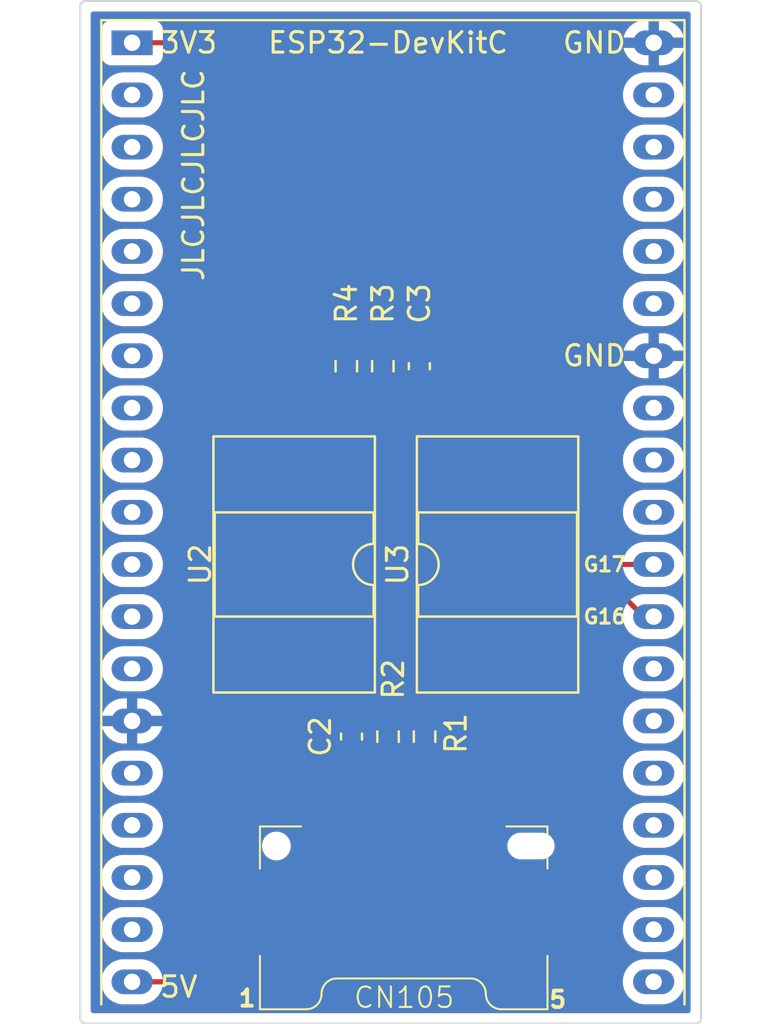
<source format=kicad_pcb>
(kicad_pcb (version 20221018) (generator pcbnew)

  (general
    (thickness 1.6)
  )

  (paper "A4")
  (layers
    (0 "F.Cu" signal)
    (31 "B.Cu" signal)
    (32 "B.Adhes" user "B.Adhesive")
    (33 "F.Adhes" user "F.Adhesive")
    (34 "B.Paste" user)
    (35 "F.Paste" user)
    (36 "B.SilkS" user "B.Silkscreen")
    (37 "F.SilkS" user "F.Silkscreen")
    (38 "B.Mask" user)
    (39 "F.Mask" user)
    (40 "Dwgs.User" user "User.Drawings")
    (41 "Cmts.User" user "User.Comments")
    (42 "Eco1.User" user "User.Eco1")
    (43 "Eco2.User" user "User.Eco2")
    (44 "Edge.Cuts" user)
    (45 "Margin" user)
    (46 "B.CrtYd" user "B.Courtyard")
    (47 "F.CrtYd" user "F.Courtyard")
    (48 "B.Fab" user)
    (49 "F.Fab" user)
    (50 "User.1" user)
    (51 "User.2" user)
    (52 "User.3" user)
    (53 "User.4" user)
    (54 "User.5" user)
    (55 "User.6" user)
    (56 "User.7" user)
    (57 "User.8" user)
    (58 "User.9" user)
  )

  (setup
    (stackup
      (layer "F.SilkS" (type "Top Silk Screen"))
      (layer "F.Paste" (type "Top Solder Paste"))
      (layer "F.Mask" (type "Top Solder Mask") (thickness 0.01))
      (layer "F.Cu" (type "copper") (thickness 0.035))
      (layer "dielectric 1" (type "core") (thickness 1.51) (material "FR4") (epsilon_r 4.5) (loss_tangent 0.02))
      (layer "B.Cu" (type "copper") (thickness 0.035))
      (layer "B.Mask" (type "Bottom Solder Mask") (thickness 0.01))
      (layer "B.Paste" (type "Bottom Solder Paste"))
      (layer "B.SilkS" (type "Bottom Silk Screen"))
      (copper_finish "None")
      (dielectric_constraints no)
    )
    (pad_to_mask_clearance 0)
    (aux_axis_origin 75.946 59.436)
    (grid_origin 75.946 59.436)
    (pcbplotparams
      (layerselection 0x00010f0_ffffffff)
      (plot_on_all_layers_selection 0x0000000_00000000)
      (disableapertmacros false)
      (usegerberextensions false)
      (usegerberattributes true)
      (usegerberadvancedattributes true)
      (creategerberjobfile true)
      (dashed_line_dash_ratio 12.000000)
      (dashed_line_gap_ratio 3.000000)
      (svgprecision 4)
      (plotframeref false)
      (viasonmask false)
      (mode 1)
      (useauxorigin false)
      (hpglpennumber 1)
      (hpglpenspeed 20)
      (hpglpendiameter 15.000000)
      (dxfpolygonmode true)
      (dxfimperialunits true)
      (dxfusepcbnewfont true)
      (psnegative false)
      (psa4output false)
      (plotreference true)
      (plotvalue true)
      (plotinvisibletext false)
      (sketchpadsonfab false)
      (subtractmaskfromsilk false)
      (outputformat 1)
      (mirror false)
      (drillshape 0)
      (scaleselection 1)
      (outputdirectory "gerber/")
    )
  )

  (net 0 "")
  (net 1 "GND")
  (net 2 "5V")
  (net 3 "U1TX")
  (net 4 "U1RX")
  (net 5 "unconnected-(U1-CHIP_PU-Pad2)")
  (net 6 "unconnected-(U1-SENSOR_VP{slash}GPIO36{slash}ADC1_CH0-Pad3)")
  (net 7 "unconnected-(U1-SENSOR_VN{slash}GPIO39{slash}ADC1_CH3-Pad4)")
  (net 8 "unconnected-(U1-VDET_1{slash}GPIO34{slash}ADC1_CH6-Pad5)")
  (net 9 "unconnected-(U1-VDET_2{slash}GPIO35{slash}ADC1_CH7-Pad6)")
  (net 10 "unconnected-(U1-32K_XP{slash}GPIO32{slash}ADC1_CH4-Pad7)")
  (net 11 "unconnected-(U1-32K_XN{slash}GPIO33{slash}ADC1_CH5-Pad8)")
  (net 12 "unconnected-(U1-DAC_1{slash}ADC2_CH8{slash}GPIO25-Pad9)")
  (net 13 "unconnected-(U1-DAC_2{slash}ADC2_CH9{slash}GPIO26-Pad10)")
  (net 14 "unconnected-(U1-ADC2_CH7{slash}GPIO27-Pad11)")
  (net 15 "unconnected-(U1-MTMS{slash}GPIO14{slash}ADC2_CH6-Pad12)")
  (net 16 "unconnected-(U1-MTDI{slash}GPIO12{slash}ADC2_CH5-Pad13)")
  (net 17 "unconnected-(U1-MTCK{slash}GPIO13{slash}ADC2_CH4-Pad15)")
  (net 18 "unconnected-(U1-ADC2_CH2{slash}GPIO2-Pad24)")
  (net 19 "unconnected-(U1-ADC2_CH0{slash}GPIO4-Pad26)")
  (net 20 "unconnected-(U1-CMD-Pad18)")
  (net 21 "unconnected-(U1-SD_CLK{slash}GPIO6-Pad20)")
  (net 22 "unconnected-(U1-SD_DATA0{slash}GPIO7-Pad21)")
  (net 23 "unconnected-(U1-SD_DATA1{slash}GPIO8-Pad22)")
  (net 24 "unconnected-(U1-MTDO{slash}GPIO15{slash}ADC2_CH3-Pad23)")
  (net 25 "unconnected-(U1-GPIO0{slash}BOOT{slash}ADC2_CH1-Pad25)")
  (net 26 "unconnected-(U1-SD_DATA3{slash}GPIO10-Pad17)")
  (net 27 "unconnected-(U1-SD_DATA2{slash}GPIO9-Pad16)")
  (net 28 "unconnected-(U1-GPIO5-Pad29)")
  (net 29 "unconnected-(U1-GPIO18-Pad30)")
  (net 30 "unconnected-(U1-GPIO19-Pad31)")
  (net 31 "unconnected-(U1-GPIO21-Pad33)")
  (net 32 "unconnected-(U1-U0RXD{slash}GPIO3-Pad34)")
  (net 33 "unconnected-(U1-U0TXD{slash}GPIO1-Pad35)")
  (net 34 "unconnected-(U1-GPIO22-Pad36)")
  (net 35 "unconnected-(U1-GPIO23-Pad37)")
  (net 36 "/12V")
  (net 37 "3V3")
  (net 38 "RX")
  (net 39 "TX")
  (net 40 "Net-(R1-Pad1)")
  (net 41 "Net-(R4-Pad2)")
  (net 42 "unconnected-(U2-Pad3)")
  (net 43 "unconnected-(U3-Pad3)")

  (footprint "Capacitor_SMD:C_0603_1608Metric_Pad1.08x0.95mm_HandSolder" (layer "F.Cu") (at 88.646 94.742 90))

  (footprint "Resistor_SMD:R_0603_1608Metric_Pad0.98x0.95mm_HandSolder" (layer "F.Cu") (at 90.424 94.742 90))

  (footprint "Resistor_SMD:R_0603_1608Metric_Pad0.98x0.95mm_HandSolder" (layer "F.Cu") (at 92.202 94.742 -90))

  (footprint "Custom_Connector_JST_PA:JST_PA_SM05B-PASS_1x5_P2.00mm_Horizontal" (layer "F.Cu") (at 91.186 100.066 180))

  (footprint "Custom_PCM_Espressif:ESP32-DevKitC (no overhang)" (layer "F.Cu") (at 77.96 60.96))

  (footprint "Resistor_SMD:R_0603_1608Metric_Pad0.98x0.95mm_HandSolder" (layer "F.Cu") (at 88.392 76.708 -90))

  (footprint "Capacitor_SMD:C_0603_1608Metric_Pad1.08x0.95mm_HandSolder" (layer "F.Cu") (at 91.948 76.708 90))

  (footprint "Package_DIP:DIP-6_W8.89mm_SMDSocket_LongPads" (layer "F.Cu") (at 95.758 86.361511 90))

  (footprint "Resistor_SMD:R_0603_1608Metric_Pad0.98x0.95mm_HandSolder" (layer "F.Cu") (at 90.17 76.708 -90))

  (footprint "Fiducial:Fiducial_0.5mm_Mask1mm" (layer "F.Cu") (at 81.534 103.378))

  (footprint "Package_DIP:DIP-6_W8.89mm_SMDSocket_LongPads" (layer "F.Cu") (at 85.852 86.36 -90))

  (footprint "Fiducial:Fiducial_0.5mm_Mask1mm" (layer "F.Cu") (at 98.552 63.754))

  (gr_arc (start 105.664 108.458) (mid 105.589605 108.637605) (end 105.41 108.712)
    (stroke (width 0.1) (type default)) (layer "Edge.Cuts") (tstamp 031e663b-2f60-45c6-807e-cf107d274383))
  (gr_arc (start 75.692 108.712) (mid 75.512395 108.637605) (end 75.438 108.458)
    (stroke (width 0.1) (type default)) (layer "Edge.Cuts") (tstamp 0b3b0272-c4b6-4693-889e-b07d10ccaaee))
  (gr_arc (start 75.438 59.182) (mid 75.512395 59.002395) (end 75.692 58.928)
    (stroke (width 0.1) (type default)) (layer "Edge.Cuts") (tstamp 0db7624c-8161-4e2f-a13d-2caa66efea0f))
  (gr_arc (start 105.41 58.928) (mid 105.589605 59.002395) (end 105.664 59.182)
    (stroke (width 0.1) (type default)) (layer "Edge.Cuts") (tstamp 5869a670-beff-49ac-b92a-e8c0bfd68158))
  (gr_line (start 75.438 59.182) (end 75.438 108.458)
    (stroke (width 0.1) (type default)) (layer "Edge.Cuts") (tstamp 5de59977-2ad4-4698-8f78-946e2c496158))
  (gr_line (start 105.41 58.928) (end 75.692 58.928)
    (stroke (width 0.1) (type default)) (layer "Edge.Cuts") (tstamp 88d15ab8-2975-4ae0-a1fb-46dfa9a01fe5))
  (gr_line (start 75.692 108.712) (end 105.41 108.712)
    (stroke (width 0.1) (type default)) (layer "Edge.Cuts") (tstamp c43990ab-4603-480d-8a0b-eb0cb3d87d5f))
  (gr_line (start 105.664 108.458) (end 105.664 59.182)
    (stroke (width 0.1) (type default)) (layer "Edge.Cuts") (tstamp da5b3c03-91dd-4ade-ab0b-c4ddf17ba0bf))
  (gr_text "1" (at 83.058 107.95) (layer "F.SilkS") (tstamp 5e564448-f8f7-4a85-bf39-943764be5523)
    (effects (font (size 0.8 0.8) (thickness 0.1875)) (justify left bottom))
  )
  (gr_text "JLCJLCJLCJLC" (at 81.534 72.644 90) (layer "F.SilkS") (tstamp 9ec7c8a1-94ce-4526-8dd8-2a6be6f8a89e)
    (effects (font (size 1 1) (thickness 0.15)) (justify left bottom))
  )
  (gr_text "5" (at 98.186 108.016) (layer "F.SilkS") (tstamp d6ac8330-0dca-44da-a61b-9d0548abfb2a)
    (effects (font (size 0.8 0.8) (thickness 0.1875)) (justify left bottom))
  )

  (segment (start 89.186 96.1445) (end 88.646 95.6045) (width 0.25) (layer "F.Cu") (net 1) (tstamp 92cee6d0-ca31-4bac-82c7-5d8929ad1826))
  (segment (start 89.186 98.666) (end 89.186 96.1445) (width 0.25) (layer "F.Cu") (net 1) (tstamp 9c31c667-3daf-40c2-9cb5-0227446df50c))
  (segment (start 91.898 75.7955) (end 91.948 75.8455) (width 0.25) (layer "F.Cu") (net 1) (tstamp e2f14273-3763-4bd6-b67f-80fa5218c79f))
  (segment (start 90.424 95.6545) (end 90.421 95.6545) (width 0.25) (layer "F.Cu") (net 2) (tstamp 2f244b3c-bc46-430a-9444-36501d875cc4))
  (segment (start 91.186 98.666) (end 91.186 102.362) (width 0.25) (layer "F.Cu") (net 2) (tstamp 34bb4b42-145c-4ace-991f-c93f53db698f))
  (segment (start 77.96 106.68) (end 78.214 106.934) (width 0.25) (layer "F.Cu") (net 2) (tstamp 43d38547-911b-4558-9a93-5cf0676b667f))
  (segment (start 86.868 106.68) (end 77.96 106.68) (width 0.25) (layer "F.Cu") (net 2) (tstamp 4cfe259d-8135-4f1f-9d0a-352095ebbffd))
  (segment (start 90.424 96.52) (end 90.424 95.6545) (width 0.25) (layer "F.Cu") (net 2) (tstamp 55f3592f-8431-4aa3-964d-c032a6ae8899))
  (segment (start 91.186 96.774) (end 90.424 96.52) (width 0.25) (layer "F.Cu") (net 2) (tstamp 78c654de-fa2a-4e3c-967d-c863c1a07fec))
  (segment (start 88.646 91.059) (end 88.646 93.8795) (width 0.25) (layer "F.Cu") (net 2) (tstamp 7a25d7eb-db24-4897-8374-c136109a63fe))
  (segment (start 90.421 95.6545) (end 88.646 93.8795) (width 0.25) (layer "F.Cu") (net 2) (tstamp 7f742d47-73c0-4b3d-bee3-3e35d849d632))
  (segment (start 91.186 102.362) (end 86.868 106.68) (width 0.25) (layer "F.Cu") (net 2) (tstamp 994e84d7-0be8-4cb6-8178-3ca3b016ac72))
  (segment (start 91.186 98.666) (end 91.186 96.774) (width 0.25) (layer "F.Cu") (net 2) (tstamp bd5c1cfc-0143-421d-8569-adb46ca00682))
  (segment (start 92.202 95.6545) (end 90.424 95.6545) (width 0.25) (layer "F.Cu") (net 2) (tstamp cee9d383-951a-4e7d-883c-10739902acd9))
  (segment (start 88.392 90.805) (end 88.646 91.059) (width 0.25) (layer "F.Cu") (net 2) (tstamp dfd46965-30f3-4a9a-8f8a-f8dd750595ea))
  (segment (start 77.96 106.68) (end 78.23 106.95) (width 0.25) (layer "F.Cu") (net 2) (tstamp f2fd85ef-5cfb-452b-a0de-df1c770e1ebc))
  (segment (start 99.568 84.582) (end 101.346 86.36) (width 0.25) (layer "F.Cu") (net 3) (tstamp 41aea3e8-4f4a-4b46-a134-b0b6942074c3))
  (segment (start 86.719 84.582) (end 99.568 84.582) (width 0.25) (layer "F.Cu") (net 3) (tstamp 7d4c8ff3-63ca-45d2-818f-7f2f5404f0a7))
  (segment (start 101.346 86.36) (end 103.36 86.36) (width 0.25) (layer "F.Cu") (net 3) (tstamp 871c40a9-238e-42ee-bc39-1610d41aab79))
  (segment (start 85.852 83.715) (end 86.719 84.582) (width 0.25) (layer "F.Cu") (net 3) (tstamp bbcb450d-9215-4e09-8583-f845c2918d72))
  (segment (start 85.852 81.915) (end 85.852 83.715) (width 0.25) (layer "F.Cu") (net 3) (tstamp c9efab56-593a-4d4f-b332-31327358b6df))
  (segment (start 102.87 88.9) (end 99.06 85.09) (width 0.25) (layer "F.Cu") (net 4) (tstamp 0bed26b8-617d-4db1-b9d8-9ba33b41269e))
  (segment (start 98.298 82.677109) (end 98.298 81.916511) (width 0.25) (layer "F.Cu") (net 4) (tstamp 1a1807d5-3485-47fb-996e-d2acd309a092))
  (segment (start 92.375489 84.074) (end 96.901109 84.074) (width 0.25) (layer "F.Cu") (net 4) (tstamp 1f95a6b2-314d-4586-a233-10bbf2f5da46))
  (segment (start 90.17 77.6205) (end 91.44 78.8905) (width 0.25) (layer "F.Cu") (net 4) (tstamp 32cae091-f5b0-4a5e-ad43-f8e20f24a6c3))
  (segment (start 87.568462 76.708) (end 89.2575 76.708) (width 0.25) (layer "F.Cu") (net 4) (tstamp 3420e551-2714-4c0c-acf3-7c57815a9e8a))
  (segment (start 91.44 83.138511) (end 92.375489 84.074) (width 0.25) (layer "F.Cu") (net 4) (tstamp 37471e81-cf1c-4d07-aa68-f4c0f0eb64ce))
  (segment (start 86.027 85.09) (end 84.582 83.645) (width 0.25) (layer "F.Cu") (net 4) (tstamp 3d048700-54ab-4f4c-bbab-7d3a7cb9b0da))
  (segment (start 99.06 85.09) (end 86.027 85.09) (width 0.25) (layer "F.Cu") (net 4) (tstamp 49fad6d4-eb28-4ef8-a60a-1a148a424d85))
  (segment (start 103.36 88.9) (end 102.87 88.9) (width 0.25) (layer "F.Cu") (net 4) (tstamp 551154f9-e70e-405b-acd4-5e622f353136))
  (segment (start 91.44 78.8905) (end 91.44 83.138511) (width 0.25) (layer "F.Cu") (net 4) (tstamp 5fb8cbdb-b925-46de-baf3-60176b3d102c))
  (segment (start 84.582 83.645) (end 84.582 79.694462) (width 0.25) (layer "F.Cu") (net 4) (tstamp 633c0547-308b-4b12-bf1a-e176a79a3f53))
  (segment (start 89.2575 76.708) (end 90.17 77.6205) (width 0.25) (layer "F.Cu") (net 4) (tstamp a52c01f4-3e48-4833-aecc-a121ee43a3ec))
  (segment (start 96.901109 84.074) (end 98.298 82.677109) (width 0.25) (layer "F.Cu") (net 4) (tstamp dbaf4ce2-61fb-42a7-b21e-0fefe417d976))
  (segment (start 84.582 79.694462) (end 87.568462 76.708) (width 0.25) (layer "F.Cu") (net 4) (tstamp ddab8e03-7126-4e72-864c-f0ab043bdd18))
  (segment (start 93.218 79.502) (end 93.218 81.916511) (width 0.25) (layer "F.Cu") (net 37) (tstamp 013fbf3f-0e36-4bcb-89a2-6416e06c64c6))
  (segment (start 77.96 60.96) (end 86.36 60.96) (width 0.25) (layer "F.Cu") (net 37) (tstamp 1dd6935a-353c-4e88-94ef-3d53808aa1ba))
  (segment (start 90.17 75.7955) (end 90.173 75.7955) (width 0.25) (layer "F.Cu") (net 37) (tstamp 2e7a014a-a21a-4679-a346-84cae3476256))
  (segment (start 91.948 78.232) (end 93.218 79.502) (width 0.25) (layer "F.Cu") (net 37) (tstamp 410d44de-cbe3-4ebf-9a56-8fc9dffebba6))
  (segment (start 89.154 75.7955) (end 90.17 75.7955) (width 0.25) (layer "F.Cu") (net 37) (tstamp 4531d232-6916-4cd9-8a4c-d2beaa605b98))
  (segment (start 88.392 75.7955) (end 89.154 75.7955) (width 0.25) (layer "F.Cu") (net 37) (tstamp 46af7bec-f229-4c00-bf5e-c1ac14566557))
  (segment (start 88.392 62.992) (end 88.392 75.7955) (width 0.25) (layer "F.Cu") (net 37) (tstamp 5a4ed7d8-8dac-4cef-b321-1412378f7fdd))
  (segment (start 86.36 60.96) (end 88.392 62.992) (width 0.25) (layer "F.Cu") (net 37) (tstamp 5fb7cee5-14dd-4261-8b73-33e222667ae6))
  (segment (start 90.173 75.7955) (end 91.948 77.5705) (width 0.25) (layer "F.Cu") (net 37) (tstamp 92606ecc-fb77-4da0-ab58-acdd66806290))
  (segment (start 91.948 77.5705) (end 91.948 78.232) (width 0.25) (layer "F.Cu") (net 37) (tstamp f86f981b-a801-4666-b92a-90b3795c6173))
  (segment (start 90.424 89.154) (end 89.916 88.646) (width 0.25) (layer "F.Cu") (net 38) (tstamp 13ae82fe-796f-49ef-8c44-650143b8ee2f))
  (segment (start 91.3365 94.742) (end 90.424 93.8295) (width 0.25) (layer "F.Cu") (net 38) (tstamp 30964548-0607-45df-b559-2abd18784a72))
  (segment (start 95.186 100.166) (end 94.861 100.491) (width 0.25) (layer "F.Cu") (net 38) (tstamp 3c4b6658-427c-411e-bc22-c9d914df5021))
  (segment (start 84.836 88.646) (end 83.312 90.17) (width 0.25) (layer "F.Cu") (net 38) (tstamp 47db65ef-fb6a-4a2e-ace3-6e7a3da053f3))
  (segment (start 94.861 100.491) (end 92.6909 100.491) (width 0.25) (layer "F.Cu") (net 38) (tstamp 4abf3ec6-94f6-4c0a-bee3-f46631c17cf0))
  (segment (start 92.361 96.869) (end 93.218 96.012) (width 0.25) (layer "F.Cu") (net 38) (tstamp 4ed9f3d2-e878-4854-afc8-dac738037c45))
  (segment (start 92.361 100.1611) (end 92.361 96.869) (width 0.25) (layer "F.Cu") (net 38) (tstamp 51ef77a8-4845-4586-8cf2-c189c4270dff))
  (segment (start 92.71 94.742) (end 91.3365 94.742) (width 0.25) (layer "F.Cu") (net 38) (tstamp 5af481bb-1c58-43f4-a739-bdd1ecc507e8))
  (segment (start 83.312 90.17) (end 83.312 90.805) (width 0.25) (layer "F.Cu") (net 38) (tstamp 87db9206-9783-4602-9063-4c9484161ba2))
  (segment (start 89.916 88.646) (end 84.836 88.646) (width 0.25) (layer "F.Cu") (net 38) (tstamp 9fa84440-60f0-431c-88e3-15a4a48ecef9))
  (segment (start 92.6909 100.491) (end 92.361 100.1611) (width 0.25) (layer "F.Cu") (net 38) (tstamp c1a336f8-8cec-4bf5-8a9a-a969fca065cc))
  (segment (start 93.218 95.25) (end 92.71 94.742) (width 0.25) (layer "F.Cu") (net 38) (tstamp ca4cebdf-f22d-45ac-b888-14d6551f99ea))
  (segment (start 93.218 96.012) (end 93.218 95.25) (width 0.25) (layer "F.Cu") (net 38) (tstamp d3d3c885-3c3e-4dd9-b6ae-922bac0d1cc0))
  (segment (start 95.186 98.666) (end 95.186 100.166) (width 0.25) (layer "F.Cu") (net 38) (tstamp ed5fa223-93df-4358-b2ec-b2a63f806816))
  (segment (start 90.424 93.8295) (end 90.424 89.154) (width 0.25) (layer "F.Cu") (net 38) (tstamp f518a619-91fb-4c42-8e70-4498c9828b2b))
  (segment (start 95.758 94.234) (end 95.758 90.806511) (width 0.25) (layer "F.Cu") (net 39) (tstamp 00fbd4fa-bd03-48a5-b936-9c01c255fd9e))
  (segment (start 93.186 96.806) (end 95.758 94.234) (width 0.25) (layer "F.Cu") (net 39) (tstamp 0d8c6c35-b737-47ce-a6fc-ce1086211abc))
  (segment (start 93.186 98.666) (end 93.186 96.806) (width 0.25) (layer "F.Cu") (net 39) (tstamp 1ea2f3ce-dd54-4b91-b3d1-c0af98d02425))
  (segment (start 92.202 93.8295) (end 92.202 93.726) (width 0.25) (layer "F.Cu") (net 40) (tstamp 432b971b-f237-4c4f-9465-7885c59285e4))
  (segment (start 92.202 93.726) (end 93.218 92.71) (width 0.25) (layer "F.Cu") (net 40) (tstamp 4ffec90c-f3c0-4b0f-b632-bcad8f286650))
  (segment (start 93.218 92.71) (end 93.218 90.806511) (width 0.25) (layer "F.Cu") (net 40) (tstamp e540d199-08a5-4f95-b650-6a6562c059b2))
  (segment (start 88.392 77.6205) (end 88.392 81.915) (width 0.25) (layer "F.Cu") (net 41) (tstamp b3d70f3e-a800-43f5-80af-f8edfb1638e0))

  (zone (net 1) (net_name "GND") (layer "F.Cu") (tstamp 99ba3fce-30c2-450d-b0ef-471d2f1ebf31) (hatch edge 0.5)
    (connect_pads (clearance 0.5))
    (min_thickness 0.25) (filled_areas_thickness no)
    (fill yes (thermal_gap 0.5) (thermal_bridge_width 0.5))
    (polygon
      (pts
        (xy 75.946 59.436)
        (xy 105.156 59.436)
        (xy 105.156 108.204)
        (xy 75.946 108.204)
      )
    )
    (filled_polygon
      (layer "F.Cu")
      (pts
        (xy 105.099039 59.455685)
        (xy 105.144794 59.508489)
        (xy 105.156 59.56)
        (xy 105.156 108.08)
        (xy 105.136315 108.147039)
        (xy 105.083511 108.192794)
        (xy 105.032 108.204)
        (xy 76.07 108.204)
        (xy 76.002961 108.184315)
        (xy 75.957206 108.131511)
        (xy 75.946 108.08)
        (xy 75.946 106.627401)
        (xy 76.455746 106.627401)
        (xy 76.465745 106.837327)
        (xy 76.515296 107.041578)
        (xy 76.515298 107.041582)
        (xy 76.602598 107.232743)
        (xy 76.602601 107.232748)
        (xy 76.602602 107.23275)
        (xy 76.602604 107.232753)
        (xy 76.722577 107.401232)
        (xy 76.724515 107.403953)
        (xy 76.72452 107.403959)
        (xy 76.87662 107.548985)
        (xy 76.971578 107.610011)
        (xy 77.053428 107.662613)
        (xy 77.248543 107.740725)
        (xy 77.351729 107.760612)
        (xy 77.454914 107.7805)
        (xy 77.454915 107.7805)
        (xy 78.412419 107.7805)
        (xy 78.412425 107.7805)
        (xy 78.569218 107.765528)
        (xy 78.770875 107.706316)
        (xy 78.957682 107.610011)
        (xy 79.122886 107.480092)
        (xy 79.237088 107.348297)
        (xy 79.295867 107.310523)
        (xy 79.330801 107.3055)
        (xy 86.785257 107.3055)
        (xy 86.800877 107.307224)
        (xy 86.800904 107.306939)
        (xy 86.80866 107.307671)
        (xy 86.808667 107.307673)
        (xy 86.877814 107.3055)
        (xy 86.90735 107.3055)
        (xy 86.914228 107.30463)
        (xy 86.920041 107.304172)
        (xy 86.966627 107.302709)
        (xy 86.985869 107.297117)
        (xy 87.004912 107.293174)
        (xy 87.024792 107.290664)
        (xy 87.068122 107.273507)
        (xy 87.073646 107.271617)
        (xy 87.077396 107.270527)
        (xy 87.11839 107.258618)
        (xy 87.135629 107.248422)
        (xy 87.153103 107.239862)
        (xy 87.171727 107.232488)
        (xy 87.171727 107.232487)
        (xy 87.171732 107.232486)
        (xy 87.209449 107.205082)
        (xy 87.214305 107.201892)
        (xy 87.25442 107.17817)
        (xy 87.268589 107.163999)
        (xy 87.283379 107.151368)
        (xy 87.299587 107.139594)
        (xy 87.329299 107.103676)
        (xy 87.333212 107.099376)
        (xy 87.807907 106.624681)
        (xy 101.852066 106.624681)
        (xy 101.862065 106.834607)
        (xy 101.911616 107.038858)
        (xy 101.911618 107.038862)
        (xy 101.998918 107.230023)
        (xy 101.998921 107.230028)
        (xy 101.998922 107.23003)
        (xy 101.998924 107.230033)
        (xy 102.120834 107.401232)
        (xy 102.120835 107.401233)
        (xy 102.12084 107.401239)
        (xy 102.27294 107.546265)
        (xy 102.414117 107.636994)
        (xy 102.449748 107.659893)
        (xy 102.644863 107.738005)
        (xy 102.748049 107.757892)
        (xy 102.851234 107.77778)
        (xy 102.851235 107.77778)
        (xy 103.808739 107.77778)
        (xy 103.808745 107.77778)
        (xy 103.965538 107.762808)
        (xy 104.167195 107.703596)
        (xy 104.354002 107.607291)
        (xy 104.519206 107.477372)
        (xy 104.656839 107.318536)
        (xy 104.661466 107.310523)
        (xy 104.746053 107.164013)
        (xy 104.761924 107.136524)
        (xy 104.830664 106.937913)
        (xy 104.860574 106.729882)
        (xy 104.850574 106.51995)
        (xy 104.801024 106.315704)
        (xy 104.75766 106.22075)
        (xy 104.713721 106.124536)
        (xy 104.713718 106.124531)
        (xy 104.713717 106.12453)
        (xy 104.713716 106.124527)
        (xy 104.591806 105.953328)
        (xy 104.591804 105.953326)
        (xy 104.591799 105.95332)
        (xy 104.439699 105.808294)
        (xy 104.262894 105.694668)
        (xy 104.067775 105.616554)
        (xy 103.861406 105.57678)
        (xy 103.861405 105.57678)
        (xy 102.903895 105.57678)
        (xy 102.747102 105.591752)
        (xy 102.747098 105.591753)
        (xy 102.545447 105.650963)
        (xy 102.358633 105.747271)
        (xy 102.193436 105.877185)
        (xy 102.193432 105.877189)
        (xy 102.055798 106.036026)
        (xy 101.950718 106.21803)
        (xy 101.881976 106.416645)
        (xy 101.881976 106.416647)
        (xy 101.867124 106.51995)
        (xy 101.852066 106.624681)
        (xy 87.807907 106.624681)
        (xy 90.866589 103.566)
        (xy 96.136001 103.566)
        (xy 96.136001 104.978628)
        (xy 96.150766 105.109685)
        (xy 96.150768 105.109695)
        (xy 96.208914 105.275864)
        (xy 96.208916 105.275868)
        (xy 96.30258 105.424933)
        (xy 96.427066 105.549419)
        (xy 96.576131 105.643083)
        (xy 96.576135 105.643085)
        (xy 96.742304 105.701231)
        (xy 96.742313 105.701233)
        (xy 96.873374 105.715999)
        (xy 97.285999 105.715999)
        (xy 97.286 105.715998)
        (xy 97.286 103.566)
        (xy 97.786 103.566)
        (xy 97.786 105.715999)
        (xy 98.198621 105.715999)
        (xy 98.198628 105.715998)
        (xy 98.329685 105.701233)
        (xy 98.329695 105.701231)
        (xy 98.495864 105.643085)
        (xy 98.495868 105.643083)
        (xy 98.644933 105.549419)
        (xy 98.769419 105.424933)
        (xy 98.863083 105.275868)
        (xy 98.863085 105.275864)
        (xy 98.921231 105.109695)
        (xy 98.921233 105.109686)
        (xy 98.935999 104.978627)
        (xy 98.936 104.978623)
        (xy 98.936 104.084681)
        (xy 101.852066 104.084681)
        (xy 101.862065 104.294607)
        (xy 101.911616 104.498858)
        (xy 101.911618 104.498862)
        (xy 101.998918 104.690023)
        (xy 101.998921 104.690028)
        (xy 101.998922 104.69003)
        (xy 101.998924 104.690033)
        (xy 102.120834 104.861232)
        (xy 102.120835 104.861233)
        (xy 102.12084 104.861239)
        (xy 102.27294 105.006265)
        (xy 102.414117 105.096994)
        (xy 102.449748 105.119893)
        (xy 102.644863 105.198005)
        (xy 102.748049 105.217892)
        (xy 102.851234 105.23778)
        (xy 102.851235 105.23778)
        (xy 103.808739 105.23778)
        (xy 103.808745 105.23778)
        (xy 103.965538 105.222808)
        (xy 104.167195 105.163596)
        (xy 104.354002 105.067291)
        (xy 104.519206 104.937372)
        (xy 104.656839 104.778536)
        (xy 104.761924 104.596524)
        (xy 104.830664 104.397913)
        (xy 104.860574 104.189882)
        (xy 104.850574 103.97995)
        (xy 104.801024 103.775704)
        (xy 104.801021 103.775697)
        (xy 104.713721 103.584536)
        (xy 104.713718 103.584531)
        (xy 104.713717 103.58453)
        (xy 104.713716 103.584527)
        (xy 104.591806 103.413328)
        (xy 104.591804 103.413326)
        (xy 104.591799 103.41332)
        (xy 104.439699 103.268294)
        (xy 104.262894 103.154668)
        (xy 104.067775 103.076554)
        (xy 103.861406 103.03678)
        (xy 103.861405 103.03678)
        (xy 102.903895 103.03678)
        (xy 102.747102 103.051752)
        (xy 102.747098 103.051753)
        (xy 102.545447 103.110963)
        (xy 102.358633 103.207271)
        (xy 102.193436 103.337185)
        (xy 102.193432 103.337189)
        (xy 102.055798 103.496026)
        (xy 101.950718 103.67803)
        (xy 101.881976 103.876645)
        (xy 101.881976 103.876647)
        (xy 101.866733 103.98267)
        (xy 101.852066 104.084681)
        (xy 98.936 104.084681)
        (xy 98.936 103.566)
        (xy 97.786 103.566)
        (xy 97.286 103.566)
        (xy 96.136001 103.566)
        (xy 90.866589 103.566)
        (xy 91.569788 102.862801)
        (xy 91.582042 102.852986)
        (xy 91.581859 102.852764)
        (xy 91.587866 102.847792)
        (xy 91.587877 102.847786)
        (xy 91.618775 102.814882)
        (xy 91.635227 102.797364)
        (xy 91.645671 102.786918)
        (xy 91.65612 102.776471)
        (xy 91.660379 102.770978)
        (xy 91.664152 102.766561)
        (xy 91.696062 102.732582)
        (xy 91.705713 102.715024)
        (xy 91.716396 102.698761)
        (xy 91.728673 102.682936)
        (xy 91.747185 102.640153)
        (xy 91.749738 102.634941)
        (xy 91.772197 102.594092)
        (xy 91.77718 102.57468)
        (xy 91.783481 102.55628)
        (xy 91.791437 102.537896)
        (xy 91.798729 102.491852)
        (xy 91.799906 102.486171)
        (xy 91.8115 102.441019)
        (xy 91.8115 102.420983)
        (xy 91.813027 102.401582)
        (xy 91.813263 102.400092)
        (xy 91.81616 102.381804)
        (xy 91.811775 102.335415)
        (xy 91.8115 102.329577)
        (xy 91.8115 100.795552)
        (xy 91.831185 100.728513)
        (xy 91.883989 100.682758)
        (xy 91.953147 100.672814)
        (xy 92.016703 100.701839)
        (xy 92.023171 100.707861)
        (xy 92.08181 100.7665)
        (xy 92.190094 100.874784)
        (xy 92.199917 100.887045)
        (xy 92.200139 100.886863)
        (xy 92.205112 100.892875)
        (xy 92.255537 100.940228)
        (xy 92.276423 100.961115)
        (xy 92.276427 100.961118)
        (xy 92.276429 100.96112)
        (xy 92.281911 100.965373)
        (xy 92.286343 100.969157)
        (xy 92.320318 101.001062)
        (xy 92.337876 101.010714)
        (xy 92.354133 101.021393)
        (xy 92.369964 101.033673)
        (xy 92.389637 101.042186)
        (xy 92.412733 101.052182)
        (xy 92.417977 101.05475)
        (xy 92.458808 101.077197)
        (xy 92.471423 101.080435)
        (xy 92.478205 101.082177)
        (xy 92.496619 101.088481)
        (xy 92.515004 101.096438)
        (xy 92.561057 101.103732)
        (xy 92.566726 101.104906)
        (xy 92.611881 101.1165)
        (xy 92.631916 101.1165)
        (xy 92.651313 101.118026)
        (xy 92.671096 101.12116)
        (xy 92.717484 101.116775)
        (xy 92.723322 101.1165)
        (xy 94.778257 101.1165)
        (xy 94.793877 101.118224)
        (xy 94.793904 101.117939)
        (xy 94.80166 101.118671)
        (xy 94.801667 101.118673)
        (xy 94.870814 101.1165)
        (xy 94.90035 101.1165)
        (xy 94.907228 101.11563)
        (xy 94.913041 101.115172)
        (xy 94.959627 101.113709)
        (xy 94.978869 101.108117)
        (xy 94.997912 101.104174)
        (xy 95.017792 101.101664)
        (xy 95.061122 101.084507)
        (xy 95.066646 101.082617)
        (xy 95.070396 101.081527)
        (xy 95.11139 101.069618)
        (xy 95.128629 101.059422)
        (xy 95.146103 101.050862)
        (xy 95.164727 101.043488)
        (xy 95.164727 101.043487)
        (xy 95.164732 101.043486)
        (xy 95.202449 101.016082)
        (xy 95.207305 101.012892)
        (xy 95.24742 100.98917)
        (xy 95.261586 100.975003)
        (xy 95.276381 100.962368)
        (xy 95.292584 100.950596)
        (xy 95.292583 100.950596)
        (xy 95.292587 100.950594)
        (xy 95.322299 100.914676)
        (xy 95.326211 100.910378)
        (xy 95.555743 100.680845)
        (xy 95.604415 100.650823)
        (xy 95.755334 100.600814)
        (xy 95.904656 100.508712)
        (xy 96.028712 100.384656)
        (xy 96.069374 100.31873)
        (xy 96.121318 100.272009)
        (xy 96.190281 100.260785)
        (xy 96.254363 100.288627)
        (xy 96.28822 100.338675)
        (xy 96.289412 100.338115)
        (xy 96.292734 100.345175)
        (xy 96.380798 100.48394)
        (xy 96.500603 100.596445)
        (xy 96.500611 100.596451)
        (xy 96.63438 100.669991)
        (xy 96.644632 100.675627)
        (xy 96.724798 100.69621)
        (xy 96.784834 100.731946)
        (xy 96.81602 100.794469)
        (xy 96.808453 100.863928)
        (xy 96.764534 100.918269)
        (xy 96.734915 100.933354)
        (xy 96.576132 100.988915)
        (xy 96.576131 100.988916)
        (xy 96.427066 101.08258)
        (xy 96.30258 101.207066)
        (xy 96.208916 101.356131)
        (xy 96.208914 101.356135)
        (xy 96.150768 101.522304)
        (xy 96.150766 101.522313)
        (xy 96.136 101.653372)
        (xy 96.136 103.066)
        (xy 98.935999 103.066)
        (xy 98.935999 101.653379)
        (xy 98.935998 101.653371)
        (xy 98.924059 101.547401)
        (xy 101.855746 101.547401)
        (xy 101.865745 101.757327)
        (xy 101.915296 101.961578)
        (xy 101.915298 101.961582)
        (xy 102.002598 102.152743)
        (xy 102.002601 102.152748)
        (xy 102.002602 102.15275)
        (xy 102.002604 102.152753)
        (xy 102.065627 102.241256)
        (xy 102.124515 102.323953)
        (xy 102.12452 102.323959)
        (xy 102.27662 102.468985)
        (xy 102.371578 102.530011)
        (xy 102.453428 102.582613)
        (xy 102.648543 102.660725)
        (xy 102.751729 102.680612)
        (xy 102.854914 102.7005)
        (xy 102.854915 102.7005)
        (xy 103.812419 102.7005)
        (xy 103.812425 102.7005)
        (xy 103.969218 102.685528)
        (xy 104.170875 102.626316)
        (xy 104.357682 102.530011)
        (xy 104.522886 102.400092)
        (xy 104.660519 102.241256)
        (xy 104.765604 102.059244)
        (xy 104.834344 101.860633)
        (xy 104.864254 101.652602)
        (xy 104.854254 101.44267)
        (xy 104.804704 101.238424)
        (xy 104.804701 101.238417)
        (xy 104.717401 101.047256)
        (xy 104.717398 101.047251)
        (xy 104.717397 101.04725)
        (xy 104.717396 101.047247)
        (xy 104.595486 100.876048)
        (xy 104.595484 100.876046)
        (xy 104.595479 100.87604)
        (xy 104.443379 100.731014)
        (xy 104.266574 100.617388)
        (xy 104.225174 100.600814)
        (xy 104.092052 100.54752)
        (xy 104.071455 100.539274)
        (xy 103.865086 100.4995)
        (xy 103.865085 100.4995)
        (xy 102.907575 100.4995)
        (xy 102.750782 100.514472)
        (xy 102.750778 100.514473)
        (xy 102.549127 100.573683)
        (xy 102.362313 100.669991)
        (xy 102.197116 100.799905)
        (xy 102.197112 100.799909)
        (xy 102.059478 100.958746)
        (xy 101.954398 101.14075)
        (xy 101.885656 101.339365)
        (xy 101.885656 101.339367)
        (xy 101.859353 101.522314)
        (xy 101.855746 101.547401)
        (xy 98.924059 101.547401)
        (xy 98.921233 101.522314)
        (xy 98.921231 101.522304)
        (xy 98.863085 101.356135)
        (xy 98.863083 101.356131)
        (xy 98.769419 101.207066)
        (xy 98.644933 101.08258)
        (xy 98.495868 100.988916)
        (xy 98.495864 100.988914)
        (xy 98.329695 100.930768)
        (xy 98.329686 100.930766)
        (xy 98.198627 100.916)
        (xy 98.156239 100.916)
        (xy 98.0892 100.896315)
        (xy 98.043445 100.843511)
        (xy 98.033501 100.774353)
        (xy 98.062526 100.710797)
        (xy 98.110592 100.676708)
        (xy 98.136379 100.666498)
        (xy 98.201871 100.640568)
        (xy 98.257216 100.600358)
        (xy 98.334835 100.543965)
        (xy 98.334835 100.543963)
        (xy 98.334837 100.543963)
        (xy 98.4396 100.417326)
        (xy 98.509579 100.268613)
        (xy 98.540376 100.10717)
        (xy 98.530056 99.94314)
        (xy 98.479268 99.786829)
        (xy 98.391202 99.64806)
        (xy 98.353604 99.612753)
        (xy 98.271396 99.535554)
        (xy 98.271388 99.535548)
        (xy 98.127371 99.456374)
        (xy 98.127361 99.456371)
        (xy 97.96818 99.4155)
        (xy 97.968177 99.4155)
        (xy 96.845075 99.4155)
        (xy 96.845065 99.4155)
        (xy 96.722942 99.430929)
        (xy 96.722939 99.430929)
        (xy 96.57013 99.491431)
        (xy 96.570121 99.491436)
        (xy 96.437164 99.588034)
        (xy 96.406042 99.625655)
        (xy 96.348142 99.664761)
        (xy 96.27829 99.666357)
        (xy 96.218665 99.629935)
        (xy 96.188196 99.567058)
        (xy 96.186499 99.546623)
        (xy 96.186499 99.007401)
        (xy 101.855746 99.007401)
        (xy 101.865745 99.217327)
        (xy 101.915296 99.421578)
        (xy 101.915298 99.421582)
        (xy 102.002598 99.612743)
        (xy 102.002601 99.612748)
        (xy 102.002602 99.61275)
        (xy 102.002604 99.612753)
        (xy 102.124514 99.783952)
        (xy 102.124515 99.783953)
        (xy 102.12452 99.783959)
        (xy 102.27662 99.928985)
        (xy 102.371578 99.990011)
        (xy 102.453428 100.042613)
        (xy 102.648543 100.120725)
        (xy 102.751729 100.140612)
        (xy 102.854914 100.1605)
        (xy 102.854915 100.1605)
        (xy 103.812419 100.1605)
        (xy 103.812425 100.1605)
        (xy 103.969218 100.145528)
        (xy 104.170875 100.086316)
        (xy 104.357682 99.990011)
        (xy 104.522886 99.860092)
        (xy 104.660519 99.701256)
        (xy 104.68159 99.664761)
        (xy 104.756187 99.535554)
        (xy 104.765604 99.519244)
        (xy 104.834344 99.320633)
        (xy 104.864254 99.112602)
        (xy 104.854254 98.90267)
        (xy 104.804704 98.698424)
        (xy 104.804701 98.698417)
        (xy 104.717401 98.507256)
        (xy 104.717398 98.507251)
        (xy 104.717397 98.50725)
        (xy 104.717396 98.507247)
        (xy 104.595486 98.336048)
        (xy 104.595484 98.336046)
        (xy 104.595479 98.33604)
        (xy 104.443379 98.191014)
        (xy 104.266574 98.077388)
        (xy 104.071455 97.999274)
        (xy 103.865086 97.9595)
        (xy 103.865085 97.9595)
        (xy 102.907575 97.9595)
        (xy 102.750782 97.974472)
        (xy 102.750778 97.974473)
        (xy 102.549127 98.033683)
        (xy 102.362313 98.129991)
        (xy 102.197116 98.259905)
        (xy 102.197112 98.259909)
        (xy 102.059478 98.418746)
        (xy 101.954398 98.60075)
        (xy 101.885656 98.799365)
        (xy 101.885656 98.799367)
        (xy 101.870804 98.90267)
        (xy 101.855746 99.007401)
        (xy 96.186499 99.007401)
        (xy 96.186499 97.365992)
        (xy 96.18181 97.320094)
        (xy 96.175999 97.263203)
        (xy 96.175998 97.2632)
        (xy 96.142216 97.161253)
        (xy 96.120814 97.096666)
        (xy 96.028712 96.947344)
        (xy 95.904656 96.823288)
        (xy 95.755334 96.731186)
        (xy 95.588797 96.676001)
        (xy 95.588795 96.676)
        (xy 95.48601 96.6655)
        (xy 94.885998 96.6655)
        (xy 94.88598 96.665501)
        (xy 94.783203 96.676)
        (xy 94.7832 96.676001)
        (xy 94.616668 96.731185)
        (xy 94.616663 96.731187)
        (xy 94.467342 96.823289)
        (xy 94.343289 96.947342)
        (xy 94.291539 97.031243)
        (xy 94.239591 97.077967)
        (xy 94.170628 97.08919)
        (xy 94.106546 97.061346)
        (xy 94.080461 97.031243)
        (xy 94.076932 97.025521)
        (xy 94.042236 96.969271)
        (xy 94.023797 96.901879)
        (xy 94.04472 96.835216)
        (xy 94.06009 96.816499)
        (xy 94.409188 96.467401)
        (xy 101.855746 96.467401)
        (xy 101.865745 96.677327)
        (xy 101.915296 96.881578)
        (xy 101.915298 96.881582)
        (xy 102.002598 97.072743)
        (xy 102.002601 97.072748)
        (xy 102.002602 97.07275)
        (xy 102.002604 97.072753)
        (xy 102.065627 97.161256)
        (xy 102.124515 97.243953)
        (xy 102.12452 97.243959)
        (xy 102.27662 97.388985)
        (xy 102.371578 97.450011)
        (xy 102.453428 97.502613)
        (xy 102.648543 97.580725)
        (xy 102.751729 97.600612)
        (xy 102.854914 97.6205)
        (xy 102.854915 97.6205)
        (xy 103.812419 97.6205)
        (xy 103.812425 97.6205)
        (xy 103.969218 97.605528)
        (xy 104.170875 97.546316)
        (xy 104.357682 97.450011)
        (xy 104.522886 97.320092)
        (xy 104.660519 97.161256)
        (xy 104.702127 97.08919)
        (xy 104.738886 97.025521)
        (xy 104.765604 96.979244)
        (xy 104.834344 96.780633)
        (xy 104.864254 96.572602)
        (xy 104.854254 96.36267)
        (xy 104.804704 96.158424)
        (xy 104.804701 96.158417)
        (xy 104.717401 95.967256)
        (xy 104.717398 95.967251)
        (xy 104.717397 95.96725)
        (xy 104.717396 95.967247)
        (xy 104.595486 95.796048)
        (xy 104.595484 95.796046)
        (xy 104.595479 95.79604)
        (xy 104.443379 95.651014)
        (xy 104.266574 95.537388)
        (xy 104.071455 95.459274)
        (xy 103.865086 95.4195)
        (xy 103.865085 95.4195)
        (xy 102.907575 95.4195)
        (xy 102.750782 95.434472)
        (xy 102.750778 95.434473)
        (xy 102.549127 95.493683)
        (xy 102.362313 95.589991)
        (xy 102.197116 95.719905)
        (xy 102.197112 95.719909)
        (xy 102.059478 95.878746)
        (xy 101.954398 96.06075)
        (xy 101.885656 96.259365)
        (xy 101.885656 96.259367)
        (xy 101.857627 96.454319)
        (xy 101.855746 96.467401)
        (xy 94.409188 96.467401)
        (xy 96.141788 94.734801)
        (xy 96.154042 94.724986)
        (xy 96.153859 94.724764)
        (xy 96.159866 94.719792)
        (xy 96.159877 94.719786)
        (xy 96.190775 94.686882)
        (xy 96.207227 94.669364)
        (xy 96.217671 94.658918)
        (xy 96.22812 94.648471)
        (xy 96.232379 94.642978)
        (xy 96.236152 94.638561)
        (xy 96.268062 94.604582)
        (xy 96.277713 94.587024)
        (xy 96.288396 94.570761)
        (xy 96.300673 94.554936)
        (xy 96.319185 94.512153)
        (xy 96.321738 94.506941)
        (xy 96.344197 94.466092)
        (xy 96.34918 94.44668)
        (xy 96.355481 94.42828)
        (xy 96.363437 94.409896)
        (xy 96.370729 94.363852)
        (xy 96.371906 94.358171)
        (xy 96.3835 94.313019)
        (xy 96.3835 94.292983)
        (xy 96.385027 94.273582)
        (xy 96.385273 94.272028)
        (xy 96.38816 94.253804)
        (xy 96.383775 94.207415)
        (xy 96.3835 94.201577)
        (xy 96.3835 93.927401)
        (xy 101.855746 93.927401)
        (xy 101.865745 94.137327)
        (xy 101.915296 94.341578)
        (xy 101.915298 94.341582)
        (xy 102.002598 94.532743)
        (xy 102.002601 94.532748)
        (xy 102.002602 94.53275)
        (xy 102.002604 94.532753)
        (xy 102.08501 94.648476)
        (xy 102.124515 94.703953)
        (xy 102.12452 94.703959)
        (xy 102.27662 94.848985)
        (xy 102.371578 94.910011)
        (xy 102.453428 94.962613)
        (xy 102.648543 95.040725)
        (xy 102.751729 95.060612)
        (xy 102.854914 95.0805)
        (xy 102.854915 95.0805)
        (xy 103.812419 95.0805)
        (xy 103.812425 95.0805)
        (xy 103.969218 95.065528)
        (xy 104.170875 95.006316)
        (xy 104.357682 94.910011)
        (xy 104.358223 94.909586)
        (xy 104.435782 94.848592)
        (xy 104.522886 94.780092)
        (xy 104.660519 94.621256)
        (xy 104.68028 94.58703)
        (xy 104.734384 94.493317)
        (xy 104.765604 94.439244)
        (xy 104.834344 94.240633)
        (xy 104.864254 94.032602)
        (xy 104.854254 93.82267)
        (xy 104.804704 93.618424)
        (xy 104.793931 93.594835)
        (xy 104.717401 93.427256)
        (xy 104.717398 93.427251)
        (xy 104.717397 93.42725)
        (xy 104.717396 93.427247)
        (xy 104.595486 93.256048)
        (xy 104.595484 93.256046)
        (xy 104.595479 93.25604)
        (xy 104.443379 93.111014)
        (xy 104.266574 92.997388)
        (xy 104.264758 92.996661)
        (xy 104.153458 92.952103)
        (xy 104.071455 92.919274)
        (xy 103.865086 92.8795)
        (xy 103.865085 92.8795)
        (xy 102.907575 92.8795)
        (xy 102.750782 92.894472)
        (xy 102.750778 92.894473)
        (xy 102.549127 92.953683)
        (xy 102.362313 93.049991)
        (xy 102.197116 93.179905)
        (xy 102.197112 93.179909)
        (xy 102.059478 93.338746)
        (xy 101.954398 93.52075)
        (xy 101.885656 93.719365)
        (xy 101.885656 93.719367)
        (xy 101.866177 93.854852)
        (xy 101.855746 93.927401)
        (xy 96.3835 93.927401)
        (xy 96.3835 92.98101)
        (xy 96.403185 92.913971)
        (xy 96.455989 92.868216)
        (xy 96.5075 92.85701)
        (xy 96.605871 92.85701)
        (xy 96.605872 92.85701)
        (xy 96.665483 92.850602)
        (xy 96.800331 92.800307)
        (xy 96.915546 92.714057)
        (xy 96.928733 92.69644)
        (xy 96.984666 92.654569)
        (xy 97.054358 92.649585)
        (xy 97.115681 92.683069)
        (xy 97.127267 92.696441)
        (xy 97.140454 92.714057)
        (xy 97.140455 92.714058)
        (xy 97.255664 92.800304)
        (xy 97.255671 92.800308)
        (xy 97.390517 92.850602)
        (xy 97.390516 92.850602)
        (xy 97.397444 92.851346)
        (xy 97.450127 92.857011)
        (xy 99.145872 92.85701)
        (xy 99.205483 92.850602)
        (xy 99.340331 92.800307)
        (xy 99.455546 92.714057)
        (xy 99.541796 92.598842)
        (xy 99.592091 92.463994)
        (xy 99.5985 92.404384)
        (xy 99.5985 91.387401)
        (xy 101.855746 91.387401)
        (xy 101.865745 91.597327)
        (xy 101.915296 91.801578)
        (xy 101.915298 91.801582)
        (xy 102.002598 91.992743)
        (xy 102.002601 91.992748)
        (xy 102.002602 91.99275)
        (xy 102.002604 91.992753)
        (xy 102.065627 92.081256)
        (xy 102.124515 92.163953)
        (xy 102.12452 92.163959)
        (xy 102.27662 92.308985)
        (xy 102.371578 92.370011)
        (xy 102.453428 92.422613)
        (xy 102.648543 92.500725)
        (xy 102.751729 92.520612)
        (xy 102.854914 92.5405)
        (xy 102.854915 92.5405)
        (xy 103.812419 92.5405)
        (xy 103.812425 92.5405)
        (xy 103.969218 92.525528)
        (xy 104.170875 92.466316)
        (xy 104.357682 92.370011)
        (xy 104.522886 92.240092)
        (xy 104.660519 92.081256)
        (xy 104.765604 91.899244)
        (xy 104.834344 91.700633)
        (xy 104.864254 91.492602)
        (xy 104.854254 91.28267)
        (xy 104.804704 91.078424)
        (xy 104.804701 91.078417)
        (xy 104.717401 90.887256)
        (xy 104.717398 90.887251)
        (xy 104.717397 90.88725)
        (xy 104.717396 90.887247)
        (xy 104.595486 90.716048)
        (xy 104.595484 90.716046)
        (xy 104.595479 90.71604)
        (xy 104.443379 90.571014)
        (xy 104.266574 90.457388)
        (xy 104.071455 90.379274)
        (xy 103.865086 90.3395)
        (xy 103.865085 90.3395)
        (xy 102.907575 90.3395)
        (xy 102.750782 90.354472)
        (xy 102.750778 90.354473)
        (xy 102.549127 90.413683)
        (xy 102.362313 90.509991)
        (xy 102.197116 90.639905)
        (xy 102.197112 90.639909)
        (xy 102.059478 90.798746)
        (xy 101.954398 90.98075)
        (xy 101.885656 91.179365)
        (xy 101.885656 91.179367)
        (xy 101.870804 91.28267)
        (xy 101.855746 91.387401)
        (xy 99.5985 91.387401)
        (xy 99.598499 89.208639)
        (xy 99.592091 89.149028)
        (xy 99.591527 89.147517)
        (xy 99.541797 89.014182)
        (xy 99.541793 89.014175)
        (xy 99.455547 88.898966)
        (xy 99.455544 88.898963)
        (xy 99.340335 88.812717)
        (xy 99.340328 88.812713)
        (xy 99.205482 88.762419)
        (xy 99.205483 88.762419)
        (xy 99.145883 88.756012)
        (xy 99.145881 88.756011)
        (xy 99.145873 88.756011)
        (xy 99.145864 88.756011)
        (xy 97.450129 88.756011)
        (xy 97.450123 88.756012)
        (xy 97.390516 88.762419)
        (xy 97.255671 88.812713)
        (xy 97.255664 88.812717)
        (xy 97.140455 88.898963)
        (xy 97.127266 88.916582)
        (xy 97.071332 88.958452)
        (xy 97.00164 88.963436)
        (xy 96.940317 88.92995)
        (xy 96.928734 88.916582)
        (xy 96.919023 88.90361)
        (xy 96.915546 88.898965)
        (xy 96.915544 88.898964)
        (xy 96.915544 88.898963)
        (xy 96.800335 88.812717)
        (xy 96.800328 88.812713)
        (xy 96.665482 88.762419)
        (xy 96.665483 88.762419)
        (xy 96.605883 88.756012)
        (xy 96.605881 88.756011)
        (xy 96.605873 88.756011)
        (xy 96.605864 88.756011)
        (xy 94.910129 88.756011)
        (xy 94.910123 88.756012)
        (xy 94.850516 88.762419)
        (xy 94.715671 88.812713)
        (xy 94.715664 88.812717)
        (xy 94.600455 88.898963)
        (xy 94.587266 88.916582)
        (xy 94.531332 88.958452)
        (xy 94.46164 88.963436)
        (xy 94.400317 88.92995)
        (xy 94.388734 88.916582)
        (xy 94.379023 88.90361)
        (xy 94.375546 88.898965)
        (xy 94.375544 88.898964)
        (xy 94.375544 88.898963)
        (xy 94.260335 88.812717)
        (xy 94.260328 88.812713)
        (xy 94.125482 88.762419)
        (xy 94.125483 88.762419)
        (xy 94.065883 88.756012)
        (xy 94.065881 88.756011)
        (xy 94.065873 88.756011)
        (xy 94.065864 88.756011)
        (xy 92.370129 88.756011)
        (xy 92.370123 88.756012)
        (xy 92.310516 88.762419)
        (xy 92.175671 88.812713)
        (xy 92.175664 88.812717)
        (xy 92.060455 88.898963)
        (xy 92.060452 88.898966)
        (xy 91.974206 89.014175)
        (xy 91.974202 89.014182)
        (xy 91.923908 89.149028)
        (xy 91.917501 89.208627)
        (xy 91.917501 89.208634)
        (xy 91.9175 89.208646)
        (xy 91.9175 92.404381)
        (xy 91.917501 92.404387)
        (xy 91.923908 92.463994)
        (xy 91.974202 92.598839)
        (xy 91.974204 92.598842)
        (xy 92.00755 92.643386)
        (xy 92.031968 92.70885)
        (xy 92.017117 92.777123)
        (xy 91.967712 92.826529)
        (xy 91.918391 92.840471)
        (xy 91.918464 92.84118)
        (xy 91.814247 92.851825)
        (xy 91.650484 92.906092)
        (xy 91.650481 92.906093)
        (xy 91.503648 92.996661)
        (xy 91.400681 93.099629)
        (xy 91.339358 93.133114)
        (xy 91.269666 93.12813)
        (xy 91.225319 93.099629)
        (xy 91.12235 92.99666)
        (xy 91.1084 92.988055)
        (xy 91.061677 92.936105)
        (xy 91.0495 92.882518)
        (xy 91.0495 89.236737)
        (xy 91.051224 89.221123)
        (xy 91.050938 89.221096)
        (xy 91.051672 89.213333)
        (xy 91.051524 89.208638)
        (xy 91.0495 89.144202)
        (xy 91.0495 89.11465)
        (xy 91.048629 89.107759)
        (xy 91.048172 89.101945)
        (xy 91.04677 89.05733)
        (xy 91.046709 89.055372)
        (xy 91.04112 89.036137)
        (xy 91.037174 89.017084)
        (xy 91.034664 88.997208)
        (xy 91.017501 88.953859)
        (xy 91.015614 88.948346)
        (xy 91.010269 88.92995)
        (xy 91.002617 88.90361)
        (xy 90.998977 88.897455)
        (xy 90.992421 88.886369)
        (xy 90.98386 88.868893)
        (xy 90.976486 88.850269)
        (xy 90.976486 88.850267)
        (xy 90.966474 88.836488)
        (xy 90.949083 88.81255)
        (xy 90.9459 88.807705)
        (xy 90.92217 88.767579)
        (xy 90.922165 88.767573)
        (xy 90.908005 88.753413)
        (xy 90.89537 88.73862)
        (xy 90.883593 88.722412)
        (xy 90.847693 88.692713)
        (xy 90.843381 88.68879)
        (xy 90.416803 88.262212)
        (xy 90.40698 88.24995)
        (xy 90.406759 88.250134)
        (xy 90.401786 88.244123)
        (xy 90.383159 88.226631)
        (xy 90.351364 88.196773)
        (xy 90.340919 88.186328)
        (xy 90.330475 88.175883)
        (xy 90.324986 88.171625)
        (xy 90.320561 88.167847)
        (xy 90.286582 88.135938)
        (xy 90.28658 88.135936)
        (xy 90.286577 88.135935)
        (xy 90.269029 88.126288)
        (xy 90.252763 88.115604)
        (xy 90.236933 88.103325)
        (xy 90.194168 88.084818)
        (xy 90.188922 88.082248)
        (xy 90.148093 88.059803)
        (xy 90.148092 88.059802)
        (xy 90.128693 88.054822)
        (xy 90.110281 88.048518)
        (xy 90.091898 88.040562)
        (xy 90.091892 88.04056)
        (xy 90.045874 88.033272)
        (xy 90.040152 88.032087)
        (xy 89.995021 88.0205)
        (xy 89.995019 88.0205)
        (xy 89.974984 88.0205)
        (xy 89.955586 88.018973)
        (xy 89.948162 88.017797)
        (xy 89.935805 88.01584)
        (xy 89.935804 88.01584)
        (xy 89.889416 88.020225)
        (xy 89.883578 88.0205)
        (xy 84.918737 88.0205)
        (xy 84.90312 88.018776)
        (xy 84.903093 88.019062)
        (xy 84.895331 88.018327)
        (xy 84.826203 88.0205)
        (xy 84.79665 88.0205)
        (xy 84.795929 88.02059)
        (xy 84.789757 88.021369)
        (xy 84.783945 88.021826)
        (xy 84.737372 88.02329)
        (xy 84.737369 88.023291)
        (xy 84.718126 88.028881)
        (xy 84.699083 88.032825)
        (xy 84.679204 88.035336)
        (xy 84.679203 88.035337)
        (xy 84.635878 88.05249)
        (xy 84.630352 88.054382)
        (xy 84.585608 88.067383)
        (xy 84.585604 88.067385)
        (xy 84.568365 88.07758)
        (xy 84.550898 88.086137)
        (xy 84.532269 88.093512)
        (xy 84.532267 88.093513)
        (xy 84.494564 88.120906)
        (xy 84.489682 88.124112)
        (xy 84.44958 88.147828)
        (xy 84.435408 88.162)
        (xy 84.420623 88.174628)
        (xy 84.404412 88.186407)
        (xy 84.374709 88.22231)
        (xy 84.370777 88.226631)
        (xy 83.879226 88.718181)
        (xy 83.817903 88.751666)
        (xy 83.791545 88.7545)
        (xy 82.464129 88.7545)
        (xy 82.464123 88.754501)
        (xy 82.404516 88.760908)
        (xy 82.269671 88.811202)
        (xy 82.269664 88.811206)
        (xy 82.154455 88.897452)
        (xy 82.154452 88.897455)
        (xy 82.068206 89.012664)
        (xy 82.068202 89.012671)
        (xy 82.017908 89.147517)
        (xy 82.011501 89.207116)
        (xy 82.0115 89.207135)
        (xy 82.0115 92.40287)
        (xy 82.011501 92.402876)
        (xy 82.017908 92.462483)
        (xy 82.068202 92.597328)
        (xy 82.068206 92.597335)
        (xy 82.154452 92.712544)
        (xy 82.154455 92.712547)
        (xy 82.269664 92.798793)
        (xy 82.269671 92.798797)
        (xy 82.404517 92.849091)
        (xy 82.404516 92.849091)
        (xy 82.411444 92.849835)
        (xy 82.464127 92.8555)
        (xy 84.159872 92.855499)
        (xy 84.219483 92.849091)
        (xy 84.354331 92.798796)
        (xy 84.469546 92.712546)
        (xy 84.483047 92.69451)
        (xy 84.538977 92.652642)
        (xy 84.608669 92.647657)
        (xy 84.669993 92.681141)
        (xy 84.681579 92.694513)
        (xy 84.694811 92.712189)
        (xy 84.694812 92.71219)
        (xy 84.809906 92.79835)
        (xy 84.809913 92.798354)
        (xy 84.94462 92.848596)
        (xy 84.944627 92.848598)
        (xy 85.004155 92.854999)
        (xy 85.004172 92.855)
        (xy 85.602 92.855)
        (xy 85.602 90.679)
        (xy 85.621685 90.611961)
        (xy 85.674489 90.566206)
        (xy 85.726 90.555)
        (xy 85.978 90.555)
        (xy 86.045039 90.574685)
        (xy 86.090794 90.627489)
        (xy 86.102 90.679)
        (xy 86.102 92.855)
        (xy 86.699828 92.855)
        (xy 86.699844 92.854999)
        (xy 86.759372 92.848598)
        (xy 86.759379 92.848596)
        (xy 86.894086 92.798354)
        (xy 86.894093 92.79835)
        (xy 87.009186 92.712191)
        (xy 87.022418 92.694515)
        (xy 87.07835 92.652642)
        (xy 87.148042 92.647656)
        (xy 87.209366 92.681139)
        (xy 87.220952 92.69451)
        (xy 87.234187 92.71219)
        (xy 87.234455 92.712547)
        (xy 87.349664 92.798793)
        (xy 87.349671 92.798797)
        (xy 87.378537 92.809563)
        (xy 87.484517 92.849091)
        (xy 87.544127 92.8555)
        (xy 87.789449 92.855499)
        (xy 87.856487 92.875183)
        (xy 87.902242 92.927987)
        (xy 87.912186 92.997146)
        (xy 87.883161 93.060701)
        (xy 87.87713 93.067179)
        (xy 87.825661 93.118648)
        (xy 87.735093 93.265481)
        (xy 87.735092 93.265484)
        (xy 87.680826 93.429247)
        (xy 87.680826 93.429248)
        (xy 87.680825 93.429248)
        (xy 87.6705 93.530315)
        (xy 87.6705 94.228669)
        (xy 87.670501 94.228687)
        (xy 87.680825 94.329752)
        (xy 87.735092 94.493515)
        (xy 87.735093 94.493518)
        (xy 87.759294 94.532753)
        (xy 87.782733 94.570755)
        (xy 87.825661 94.640351)
        (xy 87.839982 94.654672)
        (xy 87.873467 94.715995)
        (xy 87.868483 94.785687)
        (xy 87.839985 94.830032)
        (xy 87.826052 94.843965)
        (xy 87.735551 94.990688)
        (xy 87.735546 94.990699)
        (xy 87.681319 95.154347)
        (xy 87.671 95.255345)
        (xy 87.671 95.3545)
        (xy 88.772 95.3545)
        (xy 88.839039 95.374185)
        (xy 88.884794 95.426989)
        (xy 88.896 95.4785)
        (xy 88.896 95.7305)
        (xy 88.876315 95.797539)
        (xy 88.823511 95.843294)
        (xy 88.772 95.8545)
        (xy 87.671001 95.8545)
        (xy 87.671001 95.953654)
        (xy 87.681319 96.054652)
        (xy 87.735546 96.2183)
        (xy 87.735551 96.218311)
        (xy 87.826052 96.365034)
        (xy 87.826055 96.365038)
        (xy 87.947961 96.486944)
        (xy 87.947965 96.486947)
        (xy 88.094688 96.577448)
        (xy 88.094699 96.577453)
        (xy 88.258347 96.63168)
        (xy 88.362494 96.642321)
        (xy 88.36233 96.643923)
        (xy 88.422352 96.664795)
        (xy 88.465463 96.71978)
        (xy 88.472003 96.789342)
        (xy 88.439896 96.851398)
        (xy 88.43796 96.853379)
        (xy 88.343681 96.947658)
        (xy 88.291831 97.03172)
        (xy 88.239883 97.078444)
        (xy 88.17092 97.089665)
        (xy 88.106838 97.061822)
        (xy 88.080754 97.031718)
        (xy 88.028712 96.947344)
        (xy 87.904657 96.823289)
        (xy 87.904656 96.823288)
        (xy 87.755334 96.731186)
        (xy 87.588797 96.676001)
        (xy 87.588795 96.676)
        (xy 87.48601 96.6655)
        (xy 86.885998 96.6655)
        (xy 86.88598 96.665501)
        (xy 86.783203 96.676)
        (xy 86.7832 96.676001)
        (xy 86.616668 96.731185)
        (xy 86.616663 96.731187)
        (xy 86.467342 96.823289)
        (xy 86.343289 96.947342)
        (xy 86.251187 97.096663)
        (xy 86.251186 97.096666)
        (xy 86.196001 97.263203)
        (xy 86.196001 97.263204)
        (xy 86.196 97.263204)
        (xy 86.1855 97.365983)
        (xy 86.1855 99.966001)
        (xy 86.185501 99.966018)
        (xy 86.196 100.068796)
        (xy 86.196001 100.068799)
        (xy 86.251185 100.235331)
        (xy 86.251187 100.235336)
        (xy 86.272677 100.270176)
        (xy 86.343288 100.384656)
        (xy 86.467344 100.508712)
        (xy 86.616666 100.600814)
        (xy 86.783203 100.655999)
        (xy 86.885991 100.6665)
        (xy 87.486008 100.666499)
        (xy 87.486016 100.666498)
        (xy 87.486019 100.666498)
        (xy 87.542302 100.660748)
        (xy 87.588797 100.655999)
        (xy 87.755334 100.600814)
        (xy 87.904656 100.508712)
        (xy 88.028712 100.384656)
        (xy 88.080755 100.300279)
        (xy 88.132701 100.253556)
        (xy 88.201664 100.242333)
        (xy 88.265746 100.270176)
        (xy 88.291831 100.30028)
        (xy 88.34368 100.38434)
        (xy 88.343683 100.384344)
        (xy 88.467654 100.508315)
        (xy 88.616875 100.600356)
        (xy 88.61688 100.600358)
        (xy 88.783302 100.655505)
        (xy 88.783309 100.655506)
        (xy 88.886019 100.665999)
        (xy 88.935999 100.665998)
        (xy 88.936 100.665998)
        (xy 88.936 98.54)
        (xy 88.955685 98.472961)
        (xy 89.008489 98.427206)
        (xy 89.06 98.416)
        (xy 89.312 98.416)
        (xy 89.379039 98.435685)
        (xy 89.424794 98.488489)
        (xy 89.436 98.54)
        (xy 89.436 100.665999)
        (xy 89.485972 100.665999)
        (xy 89.485986 100.665998)
        (xy 89.588697 100.655505)
        (xy 89.755119 100.600358)
        (xy 89.755124 100.600356)
        (xy 89.904345 100.508315)
        (xy 90.028317 100.384343)
        (xy 90.080167 100.300281)
        (xy 90.132115 100.253556)
        (xy 90.201077 100.242333)
        (xy 90.265159 100.270176)
        (xy 90.291244 100.300279)
        (xy 90.343287 100.384655)
        (xy 90.343289 100.384657)
        (xy 90.467345 100.508713)
        (xy 90.501594 100.529837)
        (xy 90.54832 100.581784)
        (xy 90.5605 100.635377)
        (xy 90.5605 102.051547)
        (xy 90.540815 102.118586)
        (xy 90.524181 102.139228)
        (xy 86.645228 106.018181)
        (xy 86.583905 106.051666)
        (xy 86.557547 106.0545)
        (xy 79.32952 106.0545)
        (xy 79.262481 106.034815)
        (xy 79.228513 106.002427)
        (xy 79.19549 105.956052)
        (xy 79.195479 105.95604)
        (xy 79.043379 105.811014)
        (xy 78.866574 105.697388)
        (xy 78.859777 105.694667)
        (xy 78.671457 105.619275)
        (xy 78.671455 105.619274)
        (xy 78.465086 105.5795)
        (xy 78.465085 105.5795)
        (xy 77.507575 105.5795)
        (xy 77.350782 105.594472)
        (xy 77.350778 105.594473)
        (xy 77.149127 105.653683)
        (xy 76.962313 105.749991)
        (xy 76.797116 105.879905)
        (xy 76.797112 105.879909)
        (xy 76.659478 106.038746)
        (xy 76.554398 106.22075)
        (xy 76.485656 106.419365)
        (xy 76.485656 106.419367)
        (xy 76.456138 106.624678)
        (xy 76.455746 106.627401)
        (xy 75.946 106.627401)
        (xy 75.946 104.087401)
        (xy 76.455746 104.087401)
        (xy 76.465745 104.297327)
        (xy 76.515296 104.501578)
        (xy 76.515298 104.501582)
        (xy 76.602598 104.692743)
        (xy 76.602601 104.692748)
        (xy 76.602602 104.69275)
        (xy 76.602604 104.692753)
        (xy 76.665627 104.781256)
        (xy 76.724515 104.863953)
        (xy 76.72452 104.863959)
        (xy 76.87662 105.008985)
        (xy 76.971578 105.070011)
        (xy 77.053428 105.122613)
        (xy 77.248543 105.200725)
        (xy 77.351729 105.220612)
        (xy 77.454914 105.2405)
        (xy 77.454915 105.2405)
        (xy 78.412419 105.2405)
        (xy 78.412425 105.2405)
        (xy 78.569218 105.225528)
        (xy 78.770875 105.166316)
        (xy 78.957682 105.070011)
        (xy 79.122886 104.940092)
        (xy 79.260519 104.781256)
        (xy 79.26209 104.778536)
        (xy 79.365601 104.599249)
        (xy 79.3656 104.599249)
        (xy 79.365604 104.599244)
        (xy 79.434344 104.400633)
        (xy 79.464254 104.192602)
        (xy 79.454254 103.98267)
        (xy 79.404704 103.778424)
        (xy 79.403462 103.775704)
        (xy 79.317401 103.587256)
        (xy 79.317398 103.587251)
        (xy 79.317397 103.58725)
        (xy 79.317396 103.587247)
        (xy 79.195486 103.416048)
        (xy 79.195484 103.416046)
        (xy 79.195479 103.41604)
        (xy 79.155584 103.378)
        (xy 81.028353 103.378)
        (xy 81.048834 103.520456)
        (xy 81.069634 103.566)
        (xy 81.108623 103.651373)
        (xy 81.202872 103.760143)
        (xy 81.323947 103.837953)
        (xy 81.32395 103.837954)
        (xy 81.323949 103.837954)
        (xy 81.431107 103.869417)
        (xy 81.455728 103.876647)
        (xy 81.462036 103.878499)
        (xy 81.462038 103.8785)
        (xy 81.462039 103.8785)
        (xy 81.605962 103.8785)
        (xy 81.605962 103.878499)
        (xy 81.744053 103.837953)
        (xy 81.865128 103.760143)
        (xy 81.959377 103.651373)
        (xy 81.998366 103.566)
        (xy 83.436001 103.566)
        (xy 83.436001 104.978628)
        (xy 83.450766 105.109685)
        (xy 83.450768 105.109695)
        (xy 83.508914 105.275864)
        (xy 83.508916 105.275868)
        (xy 83.60258 105.424933)
        (xy 83.727066 105.549419)
        (xy 83.876131 105.643083)
        (xy 83.876135 105.643085)
        (xy 84.042304 105.701231)
        (xy 84.042313 105.701233)
        (xy 84.173374 105.715999)
        (xy 84.585999 105.715999)
        (xy 84.586 105.715998)
        (xy 84.586 103.566)
        (xy 85.086 103.566)
        (xy 85.086 105.715999)
        (xy 85.498621 105.715999)
        (xy 85.498628 105.715998)
        (xy 85.629685 105.701233)
        (xy 85.629695 105.701231)
        (xy 85.795864 105.643085)
        (xy 85.795868 105.643083)
        (xy 85.944933 105.549419)
        (xy 86.069419 105.424933)
        (xy 86.163083 105.275868)
        (xy 86.163085 105.275864)
        (xy 86.221231 105.109695)
        (xy 86.221233 105.109686)
        (xy 86.235999 104.978627)
        (xy 86.236 104.978623)
        (xy 86.236 103.566)
        (xy 85.086 103.566)
        (xy 84.586 103.566)
        (xy 83.436001 103.566)
        (xy 81.998366 103.566)
        (xy 82.019165 103.520457)
        (xy 82.039647 103.378)
        (xy 82.019165 103.235543)
        (xy 81.959377 103.104627)
        (xy 81.925907 103.066)
        (xy 83.436 103.066)
        (xy 86.235999 103.066)
        (xy 86.235999 101.653379)
        (xy 86.235998 101.653371)
        (xy 86.221233 101.522314)
        (xy 86.221231 101.522304)
        (xy 86.163085 101.356135)
        (xy 86.163083 101.356131)
        (xy 86.069419 101.207066)
        (xy 85.944933 101.08258)
        (xy 85.795868 100.988916)
        (xy 85.795864 100.988914)
        (xy 85.629695 100.930768)
        (xy 85.629686 100.930766)
        (xy 85.498627 100.916)
        (xy 85.385627 100.916)
        (xy 85.318588 100.896315)
        (xy 85.272833 100.843511)
        (xy 85.262889 100.774353)
        (xy 85.291914 100.710797)
        (xy 85.315185 100.689951)
        (xy 85.453929 100.594183)
        (xy 85.566734 100.466852)
        (xy 85.64579 100.316225)
        (xy 85.6865 100.151056)
        (xy 85.6865 99.980944)
        (xy 85.64579 99.815775)
        (xy 85.630598 99.786829)
        (xy 85.566736 99.66515)
        (xy 85.520307 99.612743)
        (xy 85.453929 99.537817)
        (xy 85.386728 99.491431)
        (xy 85.313931 99.441182)
        (xy 85.154874 99.38086)
        (xy 85.154868 99.380859)
        (xy 85.028374 99.3655)
        (xy 85.028372 99.3655)
        (xy 84.943628 99.3655)
        (xy 84.943626 99.3655)
        (xy 84.817131 99.380859)
        (xy 84.817125 99.38086)
        (xy 84.658068 99.441182)
        (xy 84.518072 99.537816)
        (xy 84.405263 99.66515)
        (xy 84.32621 99.815773)
        (xy 84.2855 99.980944)
        (xy 84.2855 100.151055)
        (xy 84.32621 100.316226)
        (xy 84.405263 100.466849)
        (xy 84.434026 100.499316)
        (xy 84.518071 100.594183)
        (xy 84.656813 100.68995)
        (xy 84.700803 100.744233)
        (xy 84.708463 100.813682)
        (xy 84.677359 100.876246)
        (xy 84.617369 100.912064)
        (xy 84.586373 100.916)
        (xy 84.173379 100.916)
        (xy 84.173371 100.916001)
        (xy 84.042314 100.930766)
        (xy 84.042304 100.930768)
        (xy 83.876135 100.988914)
        (xy 83.876131 100.988916)
        (xy 83.727066 101.08258)
        (xy 83.60258 101.207066)
        (xy 83.508916 101.356131)
        (xy 83.508914 101.356135)
        (xy 83.450768 101.522304)
        (xy 83.450766 101.522313)
        (xy 83.436 101.653372)
        (xy 83.436 103.066)
        (xy 81.925907 103.066)
        (xy 81.865128 102.995857)
        (xy 81.744053 102.918047)
        (xy 81.744051 102.918046)
        (xy 81.744049 102.918045)
        (xy 81.74405 102.918045)
        (xy 81.605963 102.8775)
        (xy 81.605961 102.8775)
        (xy 81.462039 102.8775)
        (xy 81.462036 102.8775)
        (xy 81.323949 102.918045)
        (xy 81.202873 102.995856)
        (xy 81.108623 103.104626)
        (xy 81.108622 103.104628)
        (xy 81.048834 103.235543)
        (xy 81.028353 103.378)
        (xy 79.155584 103.378)
        (xy 79.043379 103.271014)
        (xy 78.866574 103.157388)
        (xy 78.859777 103.154667)
        (xy 78.734786 103.104628)
        (xy 78.671455 103.079274)
        (xy 78.465086 103.0395)
        (xy 78.465085 103.0395)
        (xy 77.507575 103.0395)
        (xy 77.350782 103.054472)
        (xy 77.350778 103.054473)
        (xy 77.149127 103.113683)
        (xy 76.962313 103.209991)
        (xy 76.797116 103.339905)
        (xy 76.797112 103.339909)
        (xy 76.659478 103.498746)
        (xy 76.554398 103.68075)
        (xy 76.485656 103.879365)
        (xy 76.485656 103.879367)
        (xy 76.456138 104.084678)
        (xy 76.455746 104.087401)
        (xy 75.946 104.087401)
        (xy 75.946 101.547401)
        (xy 76.455746 101.547401)
        (xy 76.465745 101.757327)
        (xy 76.515296 101.961578)
        (xy 76.515298 101.961582)
        (xy 76.602598 102.152743)
        (xy 76.602601 102.152748)
        (xy 76.602602 102.15275)
        (xy 76.602604 102.152753)
        (xy 76.665627 102.241256)
        (xy 76.724515 102.323953)
        (xy 76.72452 102.323959)
        (xy 76.87662 102.468985)
        (xy 76.971578 102.530011)
        (xy 77.053428 102.582613)
        (xy 77.248543 102.660725)
        (xy 77.351729 102.680612)
        (xy 77.454914 102.7005)
        (xy 77.454915 102.7005)
        (xy 78.412419 102.7005)
        (xy 78.412425 102.7005)
        (xy 78.569218 102.685528)
        (xy 78.770875 102.626316)
        (xy 78.957682 102.530011)
        (xy 79.122886 102.400092)
        (xy 79.260519 102.241256)
        (xy 79.365604 102.059244)
        (xy 79.434344 101.860633)
        (xy 79.464254 101.652602)
        (xy 79.454254 101.44267)
        (xy 79.404704 101.238424)
        (xy 79.404701 101.238417)
        (xy 79.317401 101.047256)
        (xy 79.317398 101.047251)
        (xy 79.317397 101.04725)
        (xy 79.317396 101.047247)
        (xy 79.195486 100.876048)
        (xy 79.195484 100.876046)
        (xy 79.195479 100.87604)
        (xy 79.043379 100.731014)
        (xy 78.866574 100.617388)
        (xy 78.825174 100.600814)
        (xy 78.692052 100.54752)
        (xy 78.671455 100.539274)
        (xy 78.465086 100.4995)
        (xy 78.465085 100.4995)
        (xy 77.507575 100.4995)
        (xy 77.350782 100.514472)
        (xy 77.350778 100.514473)
        (xy 77.149127 100.573683)
        (xy 76.962313 100.669991)
        (xy 76.797116 100.799905)
        (xy 76.797112 100.799909)
        (xy 76.659478 100.958746)
        (xy 76.554398 101.14075)
        (xy 76.485656 101.339365)
        (xy 76.485656 101.339367)
        (xy 76.459353 101.522314)
        (xy 76.455746 101.547401)
        (xy 75.946 101.547401)
        (xy 75.946 99.007401)
        (xy 76.455746 99.007401)
        (xy 76.465745 99.217327)
        (xy 76.515296 99.421578)
        (xy 76.515298 99.421582)
        (xy 76.602598 99.612743)
        (xy 76.602601 99.612748)
        (xy 76.602602 99.61275)
        (xy 76.602604 99.612753)
        (xy 76.724514 99.783952)
        (xy 76.724515 99.783953)
        (xy 76.72452 99.783959)
        (xy 76.87662 99.928985)
        (xy 76.971578 99.990011)
        (xy 77.053428 100.042613)
        (xy 77.248543 100.120725)
        (xy 77.351729 100.140612)
        (xy 77.454914 100.1605)
        (xy 77.454915 100.1605)
        (xy 78.412419 100.1605)
        (xy 78.412425 100.1605)
        (xy 78.569218 100.145528)
        (xy 78.770875 100.086316)
        (xy 78.957682 99.990011)
        (xy 79.122886 99.860092)
        (xy 79.260519 99.701256)
        (xy 79.28159 99.664761)
        (xy 79.356187 99.535554)
        (xy 79.365604 99.519244)
        (xy 79.434344 99.320633)
        (xy 79.464254 99.112602)
        (xy 79.454254 98.90267)
        (xy 79.404704 98.698424)
        (xy 79.404701 98.698417)
        (xy 79.317401 98.507256)
        (xy 79.317398 98.507251)
        (xy 79.317397 98.50725)
        (xy 79.317396 98.507247)
        (xy 79.195486 98.336048)
        (xy 79.195484 98.336046)
        (xy 79.195479 98.33604)
        (xy 79.043379 98.191014)
        (xy 78.866574 98.077388)
        (xy 78.671455 97.999274)
        (xy 78.465086 97.9595)
        (xy 78.465085 97.9595)
        (xy 77.507575 97.9595)
        (xy 77.350782 97.974472)
        (xy 77.350778 97.974473)
        (xy 77.149127 98.033683)
        (xy 76.962313 98.129991)
        (xy 76.797116 98.259905)
        (xy 76.797112 98.259909)
        (xy 76.659478 98.418746)
        (xy 76.554398 98.60075)
        (xy 76.485656 98.799365)
        (xy 76.485656 98.799367)
        (xy 76.470804 98.90267)
        (xy 76.455746 99.007401)
        (xy 75.946 99.007401)
        (xy 75.946 96.467401)
        (xy 76.455746 96.467401)
        (xy 76.465745 96.677327)
        (xy 76.515296 96.881578)
        (xy 76.515298 96.881582)
        (xy 76.602598 97.072743)
        (xy 76.602601 97.072748)
        (xy 76.602602 97.07275)
        (xy 76.602604 97.072753)
        (xy 76.665627 97.161256)
        (xy 76.724515 97.243953)
        (xy 76.72452 97.243959)
        (xy 76.87662 97.388985)
        (xy 76.971578 97.450011)
        (xy 77.053428 97.502613)
        (xy 77.248543 97.580725)
        (xy 77.351729 97.600612)
        (xy 77.454914 97.6205)
        (xy 77.454915 97.6205)
        (xy 78.412419 97.6205)
        (xy 78.412425 97.6205)
        (xy 78.569218 97.605528)
        (xy 78.770875 97.546316)
        (xy 78.957682 97.450011)
        (xy 79.122886 97.320092)
        (xy 79.260519 97.161256)
        (xy 79.302127 97.08919)
        (xy 79.338886 97.025521)
        (xy 79.365604 96.979244)
        (xy 79.434344 96.780633)
        (xy 79.464254 96.572602)
        (xy 79.454254 96.36267)
        (xy 79.404704 96.158424)
        (xy 79.404701 96.158417)
        (xy 79.317401 95.967256)
        (xy 79.317398 95.967251)
        (xy 79.317397 95.96725)
        (xy 79.317396 95.967247)
        (xy 79.195486 95.796048)
        (xy 79.195484 95.796046)
        (xy 79.195479 95.79604)
        (xy 79.043379 95.651014)
        (xy 78.866574 95.537388)
        (xy 78.671455 95.459274)
        (xy 78.465086 95.4195)
        (xy 78.465085 95.4195)
        (xy 77.507575 95.4195)
        (xy 77.350782 95.434472)
        (xy 77.350778 95.434473)
        (xy 77.149127 95.493683)
        (xy 76.962313 95.589991)
        (xy 76.797116 95.719905)
        (xy 76.797112 95.719909)
        (xy 76.659478 95.878746)
        (xy 76.554398 96.06075)
        (xy 76.485656 96.259365)
        (xy 76.485656 96.259367)
        (xy 76.457627 96.454319)
        (xy 76.455746 96.467401)
        (xy 75.946 96.467401)
        (xy 75.946 93.73)
        (xy 76.484632 93.73)
        (xy 77.644314 93.73)
        (xy 77.632359 93.741955)
        (xy 77.574835 93.854852)
        (xy 77.555014 93.98)
        (xy 77.574835 94.105148)
        (xy 77.632359 94.218045)
        (xy 77.644314 94.23)
        (xy 76.488742 94.23)
        (xy 76.51577 94.341409)
        (xy 76.60304 94.532507)
        (xy 76.724889 94.703619)
        (xy 76.724895 94.703625)
        (xy 76.876932 94.848592)
        (xy 77.053657 94.962166)
        (xy 77.248685 95.040244)
        (xy 77.454962 95.08)
        (xy 77.71 95.08)
        (xy 77.71 94.295686)
        (xy 77.721955 94.307641)
        (xy 77.834852 94.365165)
        (xy 77.928519 94.38)
        (xy 77.991481 94.38)
        (xy 78.085148 94.365165)
        (xy 78.198045 94.307641)
        (xy 78.21 94.295686)
        (xy 78.21 95.08)
        (xy 78.412398 95.08)
        (xy 78.569122 95.065034)
        (xy 78.569126 95.065033)
        (xy 78.770686 95.00585)
        (xy 78.957414 94.909586)
        (xy 79.122537 94.779731)
        (xy 79.12254 94.779728)
        (xy 79.260105 94.620969)
        (xy 79.260114 94.620958)
        (xy 79.365144 94.439039)
        (xy 79.365147 94.439032)
        (xy 79.433855 94.240517)
        (xy 79.433855 94.240515)
        (xy 79.435368 94.23)
        (xy 78.275686 94.23)
        (xy 78.287641 94.218045)
        (xy 78.345165 94.105148)
        (xy 78.364986 93.98)
        (xy 78.345165 93.854852)
        (xy 78.287641 93.741955)
        (xy 78.275686 93.73)
        (xy 79.431257 93.73)
        (xy 79.404229 93.61859)
        (xy 79.316959 93.427492)
        (xy 79.19511 93.25638)
        (xy 79.195104 93.256374)
        (xy 79.043067 93.111407)
        (xy 78.866342 92.997833)
        (xy 78.671314 92.919755)
        (xy 78.465038 92.88)
        (xy 78.21 92.88)
        (xy 78.21 93.664314)
        (xy 78.198045 93.652359)
        (xy 78.085148 93.594835)
        (xy 77.991481 93.58)
        (xy 77.928519 93.58)
        (xy 77.834852 93.594835)
        (xy 77.721955 93.652359)
        (xy 77.71 93.664314)
        (xy 77.71 92.88)
        (xy 77.507602 92.88)
        (xy 77.350877 92.894965)
        (xy 77.350873 92.894966)
        (xy 77.149313 92.954149)
        (xy 76.962585 93.050413)
        (xy 76.797462 93.180268)
        (xy 76.797459 93.180271)
        (xy 76.659894 93.33903)
        (xy 76.659885 93.339041)
        (xy 76.554855 93.52096)
        (xy 76.554852 93.520967)
        (xy 76.486144 93.719482)
        (xy 76.486144 93.719484)
        (xy 76.484632 93.73)
        (xy 75.946 93.73)
        (xy 75.946 91.387401)
        (xy 76.455746 91.387401)
        (xy 76.465745 91.597327)
        (xy 76.515296 91.801578)
        (xy 76.515298 91.801582)
        (xy 76.602598 91.992743)
        (xy 76.602601 91.992748)
        (xy 76.602602 91.99275)
        (xy 76.602604 91.992753)
        (xy 76.665627 92.081256)
        (xy 76.724515 92.163953)
        (xy 76.72452 92.163959)
        (xy 76.87662 92.308985)
        (xy 76.971578 92.370011)
        (xy 77.053428 92.422613)
        (xy 77.248543 92.500725)
        (xy 77.351729 92.520612)
        (xy 77.454914 92.5405)
        (xy 77.454915 92.5405)
        (xy 78.412419 92.5405)
        (xy 78.412425 92.5405)
        (xy 78.569218 92.525528)
        (xy 78.770875 92.466316)
        (xy 78.957682 92.370011)
        (xy 79.122886 92.240092)
        (xy 79.260519 92.081256)
        (xy 79.365604 91.899244)
        (xy 79.434344 91.700633)
        (xy 79.464254 91.492602)
        (xy 79.454254 91.28267)
        (xy 79.404704 91.078424)
        (xy 79.404701 91.078417)
        (xy 79.317401 90.887256)
        (xy 79.317398 90.887251)
        (xy 79.317397 90.88725)
        (xy 79.317396 90.887247)
        (xy 79.195486 90.716048)
        (xy 79.195484 90.716046)
        (xy 79.195479 90.71604)
        (xy 79.043379 90.571014)
        (xy 78.866574 90.457388)
        (xy 78.671455 90.379274)
        (xy 78.465086 90.3395)
        (xy 78.465085 90.3395)
        (xy 77.507575 90.3395)
        (xy 77.350782 90.354472)
        (xy 77.350778 90.354473)
        (xy 77.149127 90.413683)
        (xy 76.962313 90.509991)
        (xy 76.797116 90.639905)
        (xy 76.797112 90.639909)
        (xy 76.659478 90.798746)
        (xy 76.554398 90.98075)
        (xy 76.485656 91.179365)
        (xy 76.485656 91.179367)
        (xy 76.470804 91.28267)
        (xy 76.455746 91.387401)
        (xy 75.946 91.387401)
        (xy 75.946 88.847401)
        (xy 76.455746 88.847401)
        (xy 76.465745 89.057327)
        (xy 76.515296 89.261578)
        (xy 76.515298 89.261582)
        (xy 76.602598 89.452743)
        (xy 76.602601 89.452748)
        (xy 76.602602 89.45275)
        (xy 76.602604 89.452753)
        (xy 76.665627 89.541256)
        (xy 76.724515 89.623953)
        (xy 76.72452 89.623959)
        (xy 76.87662 89.768985)
        (xy 76.971578 89.830011)
        (xy 77.053428 89.882613)
        (xy 77.248543 89.960725)
        (xy 77.351729 89.980612)
        (xy 77.454914 90.0005)
        (xy 77.454915 90.0005)
        (xy 78.412419 90.0005)
        (xy 78.412425 90.0005)
        (xy 78.569218 89.985528)
        (xy 78.770875 89.926316)
        (xy 78.957682 89.830011)
        (xy 79.122886 89.700092)
        (xy 79.260519 89.541256)
        (xy 79.365604 89.359244)
        (xy 79.434344 89.160633)
        (xy 79.464254 88.952602)
        (xy 79.454254 88.74267)
        (xy 79.404704 88.538424)
        (xy 79.404701 88.538417)
        (xy 79.317401 88.347256)
        (xy 79.317398 88.347251)
        (xy 79.317397 88.34725)
        (xy 79.317396 88.347247)
        (xy 79.195486 88.176048)
        (xy 79.195484 88.176046)
        (xy 79.195479 88.17604)
        (xy 79.043379 88.031014)
        (xy 78.866574 87.917388)
        (xy 78.671455 87.839274)
        (xy 78.465086 87.7995)
        (xy 78.465085 87.7995)
        (xy 77.507575 87.7995)
        (xy 77.350782 87.814472)
        (xy 77.350778 87.814473)
        (xy 77.149127 87.873683)
        (xy 76.962313 87.969991)
        (xy 76.797116 88.099905)
        (xy 76.797112 88.099909)
        (xy 76.659478 88.258746)
        (xy 76.554398 88.44075)
        (xy 76.485656 88.639365)
        (xy 76.485656 88.639367)
        (xy 76.455747 88.847397)
        (xy 76.455746 88.847401)
        (xy 75.946 88.847401)
        (xy 75.946 86.307401)
        (xy 76.455746 86.307401)
        (xy 76.465745 86.517327)
        (xy 76.515296 86.721578)
        (xy 76.515298 86.721582)
        (xy 76.602598 86.912743)
        (xy 76.602601 86.912748)
        (xy 76.602602 86.91275)
        (xy 76.602604 86.912753)
        (xy 76.665627 87.001256)
        (xy 76.724515 87.083953)
        (xy 76.72452 87.083959)
        (xy 76.87662 87.228985)
        (xy 76.971578 87.290011)
        (xy 77.053428 87.342613)
        (xy 77.248543 87.420725)
        (xy 77.351729 87.440612)
        (xy 77.454914 87.4605)
        (xy 77.454915 87.4605)
        (xy 78.412419 87.4605)
        (xy 78.412425 87.4605)
        (xy 78.569218 87.445528)
        (xy 78.770875 87.386316)
        (xy 78.957682 87.290011)
        (xy 79.122886 87.160092)
        (xy 79.260519 87.001256)
        (xy 79.365604 86.819244)
        (xy 79.434344 86.620633)
        (xy 79.464254 86.412602)
        (xy 79.454254 86.20267)
        (xy 79.404704 85.998424)
        (xy 79.404701 85.998417)
        (xy 79.317401 85.807256)
        (xy 79.317398 85.807251)
        (xy 79.317397 85.80725)
        (xy 79.317396 85.807247)
        (xy 79.195486 85.636048)
        (xy 79.195484 85.636046)
        (xy 79.195479 85.63604)
        (xy 79.043379 85.491014)
        (xy 78.866574 85.377388)
        (xy 78.671455 85.299274)
        (xy 78.465086 85.2595)
        (xy 78.465085 85.2595)
        (xy 77.507575 85.2595)
        (xy 77.350782 85.274472)
        (xy 77.350778 85.274473)
        (xy 77.149127 85.333683)
        (xy 76.962313 85.429991)
        (xy 76.797116 85.559905)
        (xy 76.797112 85.559909)
        (xy 76.659478 85.718746)
        (xy 76.554398 85.90075)
        (xy 76.485656 86.099365)
        (xy 76.485656 86.099367)
        (xy 76.470804 86.20267)
        (xy 76.455746 86.307401)
        (xy 75.946 86.307401)
        (xy 75.946 83.767401)
        (xy 76.455746 83.767401)
        (xy 76.465745 83.977327)
        (xy 76.515296 84.181578)
        (xy 76.515298 84.181582)
        (xy 76.602598 84.372743)
        (xy 76.602601 84.372748)
        (xy 76.602602 84.37275)
        (xy 76.602604 84.372753)
        (xy 76.665627 84.461256)
        (xy 76.724515 84.543953)
        (xy 76.72452 84.543959)
        (xy 76.87662 84.688985)
        (xy 76.971578 84.750011)
        (xy 77.053428 84.802613)
        (xy 77.248543 84.880725)
        (xy 77.351729 84.900612)
        (xy 77.454914 84.9205)
        (xy 77.454915 84.9205)
        (xy 78.412419 84.9205)
        (xy 78.412425 84.9205)
        (xy 78.569218 84.905528)
        (xy 78.770875 84.846316)
        (xy 78.957682 84.750011)
        (xy 79.122886 84.620092)
        (xy 79.260519 84.461256)
        (xy 79.365604 84.279244)
        (xy 79.434344 84.080633)
        (xy 79.464254 83.872602)
        (xy 79.454254 83.66267)
        (xy 79.404704 83.458424)
        (xy 79.400172 83.4485)
        (xy 79.317401 83.267256)
        (xy 79.317398 83.267251)
        (xy 79.317397 83.26725)
        (xy 79.317396 83.267247)
        (xy 79.195486 83.096048)
        (xy 79.195484 83.096046)
        (xy 79.195479 83.09604)
        (xy 79.043379 82.951014)
        (xy 78.866574 82.837388)
        (xy 78.671455 82.759274)
        (xy 78.465086 82.7195)
        (xy 78.465085 82.7195)
        (xy 77.507575 82.7195)
        (xy 77.350782 82.734472)
        (xy 77.350778 82.734473)
        (xy 77.149127 82.793683)
        (xy 76.962313 82.889991)
        (xy 76.797116 83.019905)
        (xy 76.797112 83.019909)
        (xy 76.659478 83.178746)
        (xy 76.554398 83.36075)
        (xy 76.485656 83.559365)
        (xy 76.485656 83.559367)
        (xy 76.457071 83.758188)
        (xy 76.455746 83.767401)
        (xy 75.946 83.767401)
        (xy 75.946 81.227401)
        (xy 76.455746 81.227401)
        (xy 76.465745 81.437327)
        (xy 76.515296 81.641578)
        (xy 76.515298 81.641582)
        (xy 76.602598 81.832743)
        (xy 76.602601 81.832748)
        (xy 76.602602 81.83275)
        (xy 76.602604 81.832753)
        (xy 76.665627 81.921256)
        (xy 76.724515 82.003953)
        (xy 76.72452 82.003959)
        (xy 76.87662 82.148985)
        (xy 76.971578 82.210011)
        (xy 77.053428 82.262613)
        (xy 77.248543 82.340725)
        (xy 77.351729 82.360612)
        (xy 77.454914 82.3805)
        (xy 77.454915 82.3805)
        (xy 78.412419 82.3805)
        (xy 78.412425 82.3805)
        (xy 78.569218 82.365528)
        (xy 78.770875 82.306316)
        (xy 78.957682 82.210011)
        (xy 79.122886 82.080092)
        (xy 79.260519 81.921256)
        (xy 79.365604 81.739244)
        (xy 79.434344 81.540633)
        (xy 79.464254 81.332602)
        (xy 79.454254 81.12267)
        (xy 79.404704 80.918424)
        (xy 79.404701 80.918417)
        (xy 79.317401 80.727256)
        (xy 79.317398 80.727251)
        (xy 79.317397 80.72725)
        (xy 79.317396 80.727247)
        (xy 79.195486 80.556048)
        (xy 79.195484 80.556046)
        (xy 79.195479 80.55604)
        (xy 79.043379 80.411014)
        (xy 78.866574 80.297388)
        (xy 78.671455 80.219274)
        (xy 78.465086 80.1795)
        (xy 78.465085 80.1795)
        (xy 77.507575 80.1795)
        (xy 77.366983 80.192925)
        (xy 77.350782 80.194472)
        (xy 77.350778 80.194473)
        (xy 77.149127 80.253683)
        (xy 76.962313 80.349991)
        (xy 76.797116 80.479905)
        (xy 76.797112 80.479909)
        (xy 76.659478 80.638746)
        (xy 76.554398 80.82075)
        (xy 76.485656 81.019365)
        (xy 76.485656 81.019367)
        (xy 76.470804 81.12267)
        (xy 76.455746 81.227401)
        (xy 75.946 81.227401)
        (xy 75.946 78.687401)
        (xy 76.455746 78.687401)
        (xy 76.465745 78.897327)
        (xy 76.515296 79.101578)
        (xy 76.515298 79.101582)
        (xy 76.602598 79.292743)
        (xy 76.602601 79.292748)
        (xy 76.602602 79.29275)
        (xy 76.602604 79.292753)
        (xy 76.723587 79.46265)
        (xy 76.724515 79.463953)
        (xy 76.72452 79.463959)
        (xy 76.87662 79.608985)
        (xy 76.971578 79.670011)
        (xy 77.053428 79.722613)
        (xy 77.248543 79.800725)
        (xy 77.304797 79.811567)
        (xy 77.454914 79.8405)
        (xy 77.454915 79.8405)
        (xy 78.412419 79.8405)
        (xy 78.412425 79.8405)
        (xy 78.569218 79.825528)
        (xy 78.770875 79.766316)
        (xy 78.957682 79.670011)
        (xy 79.122886 79.540092)
        (xy 79.260519 79.381256)
        (xy 79.281332 79.345208)
        (xy 79.360159 79.208675)
        (xy 79.365604 79.199244)
        (xy 79.434344 79.000633)
        (xy 79.464254 78.792602)
        (xy 79.454254 78.58267)
        (xy 79.404704 78.378424)
        (xy 79.391893 78.350371)
        (xy 79.317401 78.187256)
        (xy 79.317398 78.187251)
        (xy 79.317397 78.18725)
        (xy 79.317396 78.187247)
        (xy 79.195486 78.016048)
        (xy 79.195484 78.016046)
        (xy 79.195479 78.01604)
        (xy 79.043379 77.871014)
        (xy 78.866574 77.757388)
        (xy 78.834511 77.744552)
        (xy 78.671457 77.679275)
        (xy 78.671455 77.679274)
        (xy 78.465086 77.6395)
        (xy 78.465085 77.6395)
        (xy 77.507575 77.6395)
        (xy 77.350782 77.654472)
        (xy 77.350778 77.654473)
        (xy 77.149127 77.713683)
        (xy 76.962313 77.809991)
        (xy 76.797116 77.939905)
        (xy 76.797112 77.939909)
        (xy 76.659478 78.098746)
        (xy 76.554398 78.28075)
        (xy 76.485656 78.479365)
        (xy 76.485656 78.479367)
        (xy 76.468575 78.598174)
        (xy 76.455746 78.687401)
        (xy 75.946 78.687401)
        (xy 75.946 76.147401)
        (xy 76.455746 76.147401)
        (xy 76.465745 76.357327)
        (xy 76.515296 76.561578)
        (xy 76.515298 76.561582)
        (xy 76.602598 76.752743)
        (xy 76.602601 76.752748)
        (xy 76.602602 76.75275)
        (xy 76.602604 76.752753)
        (xy 76.665627 76.841256)
        (xy 76.724515 76.923953)
        (xy 76.72452 76.923959)
        (xy 76.87662 77.068985)
        (xy 76.971578 77.130011)
        (xy 77.053428 77.182613)
        (xy 77.248543 77.260725)
        (xy 77.351729 77.280612)
        (xy 77.454914 77.3005)
        (xy 77.454915 77.3005)
        (xy 78.412419 77.3005)
        (xy 78.412425 77.3005)
        (xy 78.569218 77.285528)
        (xy 78.770875 77.226316)
        (xy 78.957682 77.130011)
        (xy 78.958223 77.129586)
        (xy 79.122883 77.000094)
        (xy 79.122886 77.000092)
        (xy 79.260519 76.841256)
        (xy 79.365604 76.659244)
        (xy 79.434344 76.460633)
        (xy 79.464254 76.252602)
        (xy 79.454254 76.04267)
        (xy 79.404704 75.838424)
        (xy 79.393931 75.814835)
        (xy 79.317401 75.647256)
        (xy 79.317398 75.647251)
        (xy 79.317397 75.64725)
        (xy 79.317396 75.647247)
        (xy 79.195486 75.476048)
        (xy 79.195484 75.476046)
        (xy 79.195479 75.47604)
        (xy 79.043379 75.331014)
        (xy 78.866574 75.217388)
        (xy 78.671455 75.139274)
        (xy 78.465086 75.0995)
        (xy 78.465085 75.0995)
        (xy 77.507575 75.0995)
        (xy 77.350782 75.114472)
        (xy 77.350778 75.114473)
        (xy 77.149127 75.173683)
        (xy 76.962313 75.269991)
        (xy 76.797116 75.399905)
        (xy 76.797112 75.399909)
        (xy 76.659478 75.558746)
        (xy 76.554398 75.74075)
        (xy 76.485656 75.939365)
        (xy 76.485656 75.939367)
        (xy 76.456871 76.139579)
        (xy 76.455746 76.147401)
        (xy 75.946 76.147401)
        (xy 75.946 73.607401)
        (xy 76.455746 73.607401)
        (xy 76.465745 73.817327)
        (xy 76.515296 74.021578)
        (xy 76.515298 74.021582)
        (xy 76.602598 74.212743)
        (xy 76.602601 74.212748)
        (xy 76.602602 74.21275)
        (xy 76.602604 74.212753)
        (xy 76.665627 74.301256)
        (xy 76.724515 74.383953)
        (xy 76.72452 74.383959)
        (xy 76.87662 74.528985)
        (xy 76.971578 74.590011)
        (xy 77.053428 74.642613)
        (xy 77.248543 74.720725)
        (xy 77.351729 74.740612)
        (xy 77.454914 74.7605)
        (xy 77.454915 74.7605)
        (xy 78.412419 74.7605)
        (xy 78.412425 74.7605)
        (xy 78.569218 74.745528)
        (xy 78.770875 74.686316)
        (xy 78.957682 74.590011)
        (xy 79.122886 74.460092)
        (xy 79.260519 74.301256)
        (xy 79.365604 74.119244)
        (xy 79.434344 73.920633)
        (xy 79.464254 73.712602)
        (xy 79.454254 73.50267)
        (xy 79.404704 73.298424)
        (xy 79.404701 73.298417)
        (xy 79.317401 73.107256)
        (xy 79.317398 73.107251)
        (xy 79.317397 73.10725)
        (xy 79.317396 73.107247)
        (xy 79.195486 72.936048)
        (xy 79.195484 72.936046)
        (xy 79.195479 72.93604)
        (xy 79.043379 72.791014)
        (xy 78.866574 72.677388)
        (xy 78.671455 72.599274)
        (xy 78.465086 72.5595)
        (xy 78.465085 72.5595)
        (xy 77.507575 72.5595)
        (xy 77.350782 72.574472)
        (xy 77.350778 72.574473)
        (xy 77.149127 72.633683)
        (xy 76.962313 72.729991)
        (xy 76.797116 72.859905)
        (xy 76.797112 72.859909)
        (xy 76.659478 73.018746)
        (xy 76.554398 73.20075)
        (xy 76.485656 73.399365)
        (xy 76.485656 73.399367)
        (xy 76.470804 73.50267)
        (xy 76.455746 73.607401)
        (xy 75.946 73.607401)
        (xy 75.946 71.067401)
        (xy 76.455746 71.067401)
        (xy 76.465745 71.277327)
        (xy 76.515296 71.481578)
        (xy 76.515298 71.481582)
        (xy 76.602598 71.672743)
        (xy 76.602601 71.672748)
        (xy 76.602602 71.67275)
        (xy 76.602604 71.672753)
        (xy 76.665627 71.761256)
        (xy 76.724515 71.843953)
        (xy 76.72452 71.843959)
        (xy 76.87662 71.988985)
        (xy 76.971578 72.050011)
        (xy 77.053428 72.102613)
        (xy 77.248543 72.180725)
        (xy 77.351729 72.200612)
        (xy 77.454914 72.2205)
        (xy 77.454915 72.2205)
        (xy 78.412419 72.2205)
        (xy 78.412425 72.2205)
        (xy 78.569218 72.205528)
        (xy 78.770875 72.146316)
        (xy 78.957682 72.050011)
        (xy 79.122886 71.920092)
        (xy 79.260519 71.761256)
        (xy 79.365604 71.579244)
        (xy 79.434344 71.380633)
        (xy 79.464254 71.172602)
        (xy 79.454254 70.96267)
        (xy 79.404704 70.758424)
        (xy 79.404701 70.758417)
        (xy 79.317401 70.567256)
        (xy 79.317398 70.567251)
        (xy 79.317397 70.56725)
        (xy 79.317396 70.567247)
        (xy 79.195486 70.396048)
        (xy 79.195484 70.396046)
        (xy 79.195479 70.39604)
        (xy 79.043379 70.251014)
        (xy 78.866574 70.137388)
        (xy 78.671455 70.059274)
        (xy 78.465086 70.0195)
        (xy 78.465085 70.0195)
        (xy 77.507575 70.0195)
        (xy 77.350782 70.034472)
        (xy 77.350778 70.034473)
        (xy 77.149127 70.093683)
        (xy 76.962313 70.189991)
        (xy 76.797116 70.319905)
        (xy 76.797112 70.319909)
        (xy 76.659478 70.478746)
        (xy 76.554398 70.66075)
        (xy 76.485656 70.859365)
        (xy 76.485656 70.859367)
        (xy 76.470804 70.96267)
        (xy 76.455746 71.067401)
        (xy 75.946 71.067401)
        (xy 75.946 68.527401)
        (xy 76.455746 68.527401)
        (xy 76.465745 68.737327)
        (xy 76.515296 68.941578)
        (xy 76.515298 68.941582)
        (xy 76.602598 69.132743)
        (xy 76.602601 69.132748)
        (xy 76.602602 69.13275)
        (xy 76.602604 69.132753)
        (xy 76.665627 69.221256)
        (xy 76.724515 69.303953)
        (xy 76.72452 69.303959)
        (xy 76.87662 69.448985)
        (xy 76.971578 69.510011)
        (xy 77.053428 69.562613)
        (xy 77.248543 69.640725)
        (xy 77.351729 69.660612)
        (xy 77.454914 69.6805)
        (xy 77.454915 69.6805)
        (xy 78.412419 69.6805)
        (xy 78.412425 69.6805)
        (xy 78.569218 69.665528)
        (xy 78.770875 69.606316)
        (xy 78.957682 69.510011)
        (xy 79.122886 69.380092)
        (xy 79.260519 69.221256)
        (xy 79.365604 69.039244)
        (xy 79.434344 68.840633)
        (xy 79.464254 68.632602)
        (xy 79.454254 68.42267)
        (xy 79.404704 68.218424)
        (xy 79.404701 68.218417)
        (xy 79.317401 68.027256)
        (xy 79.317398 68.027251)
        (xy 79.317397 68.02725)
        (xy 79.317396 68.027247)
        (xy 79.195486 67.856048)
        (xy 79.195484 67.856046)
        (xy 79.195479 67.85604)
        (xy 79.043379 67.711014)
        (xy 78.866574 67.597388)
        (xy 78.671455 67.519274)
        (xy 78.465086 67.4795)
        (xy 78.465085 67.4795)
        (xy 77.507575 67.4795)
        (xy 77.350782 67.494472)
        (xy 77.350778 67.494473)
        (xy 77.149127 67.553683)
        (xy 76.962313 67.649991)
        (xy 76.797116 67.779905)
        (xy 76.797112 67.779909)
        (xy 76.659478 67.938746)
        (xy 76.554398 68.12075)
        (xy 76.485656 68.319365)
        (xy 76.485656 68.319367)
        (xy 76.470804 68.42267)
        (xy 76.455746 68.527401)
        (xy 75.946 68.527401)
        (xy 75.946 65.987401)
        (xy 76.455746 65.987401)
        (xy 76.465745 66.197327)
        (xy 76.515296 66.401578)
        (xy 76.515298 66.401582)
        (xy 76.602598 66.592743)
        (xy 76.602601 66.592748)
        (xy 76.602602 66.59275)
        (xy 76.602604 66.592753)
        (xy 76.665627 66.681256)
        (xy 76.724515 66.763953)
        (xy 76.72452 66.763959)
        (xy 76.87662 66.908985)
        (xy 76.971578 66.970011)
        (xy 77.053428 67.022613)
        (xy 77.248543 67.100725)
        (xy 77.351729 67.120612)
        (xy 77.454914 67.1405)
        (xy 77.454915 67.1405)
        (xy 78.412419 67.1405)
        (xy 78.412425 67.1405)
        (xy 78.569218 67.125528)
        (xy 78.770875 67.066316)
        (xy 78.957682 66.970011)
        (xy 79.122886 66.840092)
        (xy 79.260519 66.681256)
        (xy 79.365604 66.499244)
        (xy 79.434344 66.300633)
        (xy 79.464254 66.092602)
        (xy 79.454254 65.88267)
        (xy 79.404704 65.678424)
        (xy 79.404701 65.678417)
        (xy 79.317401 65.487256)
        (xy 79.317398 65.487251)
        (xy 79.317397 65.48725)
        (xy 79.317396 65.487247)
        (xy 79.195486 65.316048)
        (xy 79.195484 65.316046)
        (xy 79.195479 65.31604)
        (xy 79.043379 65.171014)
        (xy 78.866574 65.057388)
        (xy 78.671455 64.979274)
        (xy 78.465086 64.9395)
        (xy 78.465085 64.9395)
        (xy 77.507575 64.9395)
        (xy 77.350782 64.954472)
        (xy 77.350778 64.954473)
        (xy 77.149127 65.013683)
        (xy 76.962313 65.109991)
        (xy 76.797116 65.239905)
        (xy 76.797112 65.239909)
        (xy 76.659478 65.398746)
        (xy 76.554398 65.58075)
        (xy 76.485656 65.779365)
        (xy 76.485656 65.779367)
        (xy 76.470804 65.88267)
        (xy 76.455746 65.987401)
        (xy 75.946 65.987401)
        (xy 75.946 63.447401)
        (xy 76.455746 63.447401)
        (xy 76.465745 63.657327)
        (xy 76.515296 63.861578)
        (xy 76.515298 63.861582)
        (xy 76.602598 64.052743)
        (xy 76.602601 64.052748)
        (xy 76.602602 64.05275)
        (xy 76.602604 64.052753)
        (xy 76.724514 64.223952)
        (xy 76.724515 64.223953)
        (xy 76.72452 64.223959)
        (xy 76.87662 64.368985)
        (xy 76.971578 64.430011)
        (xy 77.053428 64.482613)
        (xy 77.248543 64.560725)
        (xy 77.351729 64.580612)
        (xy 77.454914 64.6005)
        (xy 77.454915 64.6005)
        (xy 78.412419 64.6005)
        (xy 78.412425 64.6005)
        (xy 78.569218 64.585528)
        (xy 78.770875 64.526316)
        (xy 78.957682 64.430011)
        (xy 79.122886 64.300092)
        (xy 79.260519 64.141256)
        (xy 79.365604 63.959244)
        (xy 79.434344 63.760633)
        (xy 79.464254 63.552602)
        (xy 79.454254 63.34267)
        (xy 79.404704 63.138424)
        (xy 79.404701 63.138417)
        (xy 79.317401 62.947256)
        (xy 79.317398 62.947251)
        (xy 79.317397 62.94725)
        (xy 79.317396 62.947247)
        (xy 79.195486 62.776048)
        (xy 79.195484 62.776046)
        (xy 79.195479 62.77604)
        (xy 79.043379 62.631014)
        (xy 78.866574 62.517388)
        (xy 78.671455 62.439274)
        (xy 78.465086 62.3995)
        (xy 78.465085 62.3995)
        (xy 77.507575 62.3995)
        (xy 77.350782 62.414472)
        (xy 77.350778 62.414473)
        (xy 77.149127 62.473683)
        (xy 76.962313 62.569991)
        (xy 76.797116 62.699905)
        (xy 76.797112 62.699909)
        (xy 76.659478 62.858746)
        (xy 76.554398 63.04075)
        (xy 76.485656 63.239365)
        (xy 76.485656 63.239367)
        (xy 76.466608 63.371856)
        (xy 76.455746 63.447401)
        (xy 75.946 63.447401)
        (xy 75.946 61.60787)
        (xy 76.4595 61.60787)
        (xy 76.459501 61.607876)
        (xy 76.465908 61.667483)
        (xy 76.516202 61.802328)
        (xy 76.516206 61.802335)
        (xy 76.602452 61.917544)
        (xy 76.602455 61.917547)
        (xy 76.717664 62.003793)
        (xy 76.717671 62.003797)
        (xy 76.852517 62.054091)
        (xy 76.852516 62.054091)
        (xy 76.859444 62.054835)
        (xy 76.912127 62.0605)
        (xy 79.007872 62.060499)
        (xy 79.067483 62.054091)
        (xy 79.202331 62.003796)
        (xy 79.317546 61.917546)
        (xy 79.403796 61.802331)
        (xy 79.425125 61.745142)
        (xy 79.454582 61.666167)
        (xy 79.496453 61.610233)
        (xy 79.561917 61.585816)
        (xy 79.570764 61.5855)
        (xy 86.049548 61.5855)
        (xy 86.116587 61.605185)
        (xy 86.137229 61.621819)
        (xy 87.730181 63.214771)
        (xy 87.763666 63.276094)
        (xy 87.7665 63.302452)
        (xy 87.7665 74.848518)
        (xy 87.746815 74.915557)
        (xy 87.7076 74.954055)
        (xy 87.69365 74.96266)
        (xy 87.693649 74.96266)
        (xy 87.571661 75.084648)
        (xy 87.481093 75.231481)
        (xy 87.481091 75.231486)
        (xy 87.468332 75.269991)
        (xy 87.426826 75.395247)
        (xy 87.426826 75.395248)
        (xy 87.426825 75.395248)
        (xy 87.4165 75.496315)
        (xy 87.4165 76.007683)
        (xy 87.396815 76.074722)
        (xy 87.344011 76.120477)
        (xy 87.327101 76.126758)
        (xy 87.318073 76.129381)
        (xy 87.318072 76.129381)
        (xy 87.300828 76.139579)
        (xy 87.283367 76.148133)
        (xy 87.264736 76.15551)
        (xy 87.264724 76.155517)
        (xy 87.227032 76.182902)
        (xy 87.222149 76.186109)
        (xy 87.182042 76.209829)
        (xy 87.167876 76.223995)
        (xy 87.153086 76.236627)
        (xy 87.136876 76.248404)
        (xy 87.136873 76.248407)
        (xy 87.107172 76.284309)
        (xy 87.103239 76.288631)
        (xy 84.198208 79.193661)
        (xy 84.185951 79.203482)
        (xy 84.186134 79.203703)
        (xy 84.180123 79.208675)
        (xy 84.132772 79.259098)
        (xy 84.111889 79.279981)
        (xy 84.111877 79.279994)
        (xy 84.107621 79.285479)
        (xy 84.103837 79.289909)
        (xy 84.071937 79.32388)
        (xy 84.071936 79.323882)
        (xy 84.062284 79.341438)
        (xy 84.05161 79.357688)
        (xy 84.039329 79.373523)
        (xy 84.039324 79.37353)
        (xy 84.020815 79.4163)
        (xy 84.018245 79.421546)
        (xy 83.995803 79.462368)
        (xy 83.990822 79.481769)
        (xy 83.984521 79.500172)
        (xy 83.976562 79.518564)
        (xy 83.976561 79.518567)
        (xy 83.969271 79.564589)
        (xy 83.968087 79.570308)
        (xy 83.956501 79.615434)
        (xy 83.9565 79.615444)
        (xy 83.9565 79.635478)
        (xy 83.954973 79.654877)
        (xy 83.95184 79.674656)
        (xy 83.95184 79.674657)
        (xy 83.956225 79.721045)
        (xy 83.9565 79.726883)
        (xy 83.9565 79.7405)
        (xy 83.936815 79.807539)
        (xy 83.884011 79.853294)
        (xy 83.8325 79.8645)
        (xy 82.464129 79.8645)
        (xy 82.464123 79.864501)
        (xy 82.404516 79.870908)
        (xy 82.269671 79.921202)
        (xy 82.269664 79.921206)
        (xy 82.154455 80.007452)
        (xy 82.154452 80.007455)
        (xy 82.068206 80.122664)
        (xy 82.068202 80.122671)
        (xy 82.017908 80.257517)
        (xy 82.013622 80.297387)
        (xy 82.011501 80.317123)
        (xy 82.0115 80.317135)
        (xy 82.0115 83.51287)
        (xy 82.011501 83.512876)
        (xy 82.017908 83.572483)
        (xy 82.068202 83.707328)
        (xy 82.068206 83.707335)
        (xy 82.154452 83.822544)
        (xy 82.154455 83.822547)
        (xy 82.269664 83.908793)
        (xy 82.269671 83.908797)
        (xy 82.404517 83.959091)
        (xy 82.404516 83.959091)
        (xy 82.411444 83.959835)
        (xy 82.464127 83.9655)
        (xy 83.974115 83.965499)
        (xy 84.041154 83.985184)
        (xy 84.080843 84.026372)
        (xy 84.083823 84.031411)
        (xy 84.083833 84.031424)
        (xy 84.09799 84.04558)
        (xy 84.110627 84.060375)
        (xy 84.122406 84.076587)
        (xy 84.157762 84.105836)
        (xy 84.158309 84.106288)
        (xy 84.16262 84.11021)
        (xy 84.855021 84.802611)
        (xy 85.526194 85.473784)
        (xy 85.536019 85.486048)
        (xy 85.53624 85.485866)
        (xy 85.54121 85.491873)
        (xy 85.541213 85.491876)
        (xy 85.541214 85.491877)
        (xy 85.591651 85.539241)
        (xy 85.61253 85.56012)
        (xy 85.618004 85.564366)
        (xy 85.622442 85.568156)
        (xy 85.656418 85.600062)
        (xy 85.656422 85.600064)
        (xy 85.673973 85.609713)
        (xy 85.690231 85.620392)
        (xy 85.706064 85.632674)
        (xy 85.728015 85.642172)
        (xy 85.748837 85.651183)
        (xy 85.754081 85.653752)
        (xy 85.794908 85.676197)
        (xy 85.814312 85.681179)
        (xy 85.83271 85.687478)
        (xy 85.851105 85.695438)
        (xy 85.897129 85.702726)
        (xy 85.902832 85.703907)
        (xy 85.947981 85.7155)
        (xy 85.968016 85.7155)
        (xy 85.987413 85.717026)
        (xy 86.007196 85.72016)
        (xy 86.053584 85.715775)
        (xy 86.059422 85.7155)
        (xy 98.749548 85.7155)
        (xy 98.816587 85.735185)
        (xy 98.837229 85.751819)
        (xy 101.821542 88.736132)
        (xy 101.855027 88.797455)
        (xy 101.8566 88.841454)
        (xy 101.855746 88.847394)
        (xy 101.855746 88.847397)
        (xy 101.865745 89.057327)
        (xy 101.915296 89.261578)
        (xy 101.915298 89.261582)
        (xy 102.002598 89.452743)
        (xy 102.002601 89.452748)
        (xy 102.002602 89.45275)
        (xy 102.002604 89.452753)
        (xy 102.065627 89.541256)
        (xy 102.124515 89.623953)
        (xy 102.12452 89.623959)
        (xy 102.27662 89.768985)
        (xy 102.371578 89.830011)
        (xy 102.453428 89.882613)
        (xy 102.648543 89.960725)
        (xy 102.751729 89.980612)
        (xy 102.854914 90.0005)
        (xy 102.854915 90.0005)
        (xy 103.812419 90.0005)
        (xy 103.812425 90.0005)
        (xy 103.969218 89.985528)
        (xy 104.170875 89.926316)
        (xy 104.357682 89.830011)
        (xy 104.522886 89.700092)
        (xy 104.660519 89.541256)
        (xy 104.765604 89.359244)
        (xy 104.834344 89.160633)
        (xy 104.864254 88.952602)
        (xy 104.854254 88.74267)
        (xy 104.804704 88.538424)
        (xy 104.804701 88.538417)
        (xy 104.717401 88.347256)
        (xy 104.717398 88.347251)
        (xy 104.717397 88.34725)
        (xy 104.717396 88.347247)
        (xy 104.595486 88.176048)
        (xy 104.595484 88.176046)
        (xy 104.595479 88.17604)
        (xy 104.443379 88.031014)
        (xy 104.266574 87.917388)
        (xy 104.071455 87.839274)
        (xy 103.865086 87.7995)
        (xy 103.865085 87.7995)
        (xy 102.907575 87.7995)
        (xy 102.763444 87.813262)
        (xy 102.750771 87.814473)
        (xy 102.746864 87.815226)
        (xy 102.677311 87.808574)
        (xy 102.635734 87.781144)
        (xy 102.453637 87.599047)
        (xy 102.420152 87.537724)
        (xy 102.425136 87.468032)
        (xy 102.467008 87.412099)
        (xy 102.532472 87.387682)
        (xy 102.587401 87.396247)
        (xy 102.648543 87.420725)
        (xy 102.751729 87.440612)
        (xy 102.854914 87.4605)
        (xy 102.854915 87.4605)
        (xy 103.812419 87.4605)
        (xy 103.812425 87.4605)
        (xy 103.969218 87.445528)
        (xy 104.170875 87.386316)
        (xy 104.357682 87.290011)
        (xy 104.522886 87.160092)
        (xy 104.660519 87.001256)
        (xy 104.765604 86.819244)
        (xy 104.834344 86.620633)
        (xy 104.864254 86.412602)
        (xy 104.854254 86.20267)
        (xy 104.804704 85.998424)
        (xy 104.804701 85.998417)
        (xy 104.717401 85.807256)
        (xy 104.717398 85.807251)
        (xy 104.717397 85.80725)
        (xy 104.717396 85.807247)
        (xy 104.595486 85.636048)
        (xy 104.595484 85.636046)
        (xy 104.595479 85.63604)
        (xy 104.443379 85.491014)
        (xy 104.266574 85.377388)
        (xy 104.071455 85.299274)
        (xy 103.865086 85.2595)
        (xy 103.865085 85.2595)
        (xy 102.907575 85.2595)
        (xy 102.750782 85.274472)
        (xy 102.750778 85.274473)
        (xy 102.549127 85.333683)
        (xy 102.362313 85.429991)
        (xy 102.197116 85.559905)
        (xy 102.197112 85.559909)
        (xy 102.082912 85.691703)
        (xy 102.024133 85.729477)
        (xy 101.989199 85.7345)
        (xy 101.656452 85.7345)
        (xy 101.589413 85.714815)
        (xy 101.568771 85.698181)
        (xy 100.068803 84.198212)
        (xy 100.05898 84.18595)
        (xy 100.058759 84.186134)
        (xy 100.053786 84.180123)
        (xy 100.003364 84.132773)
        (xy 99.992919 84.122328)
        (xy 99.982475 84.111883)
        (xy 99.976986 84.107625)
        (xy 99.972561 84.103847)
        (xy 99.938582 84.071938)
        (xy 99.93858 84.071936)
        (xy 99.938577 84.071935)
        (xy 99.921029 84.062288)
        (xy 99.904763 84.051604)
        (xy 99.888933 84.039325)
        (xy 99.846168 84.020818)
        (xy 99.840922 84.018248)
        (xy 99.800093 83.995803)
        (xy 99.800092 83.995802)
        (xy 99.780693 83.990822)
        (xy 99.762281 83.984518)
        (xy 99.743898 83.976562)
        (xy 99.743892 83.97656)
        (xy 99.697874 83.969272)
        (xy 99.692152 83.968087)
        (xy 99.647021 83.9565)
        (xy 99.647019 83.9565)
        (xy 99.626984 83.9565)
        (xy 99.607589 83.954973)
        (xy 99.594358 83.952878)
        (xy 99.587143 83.951735)
        (xy 99.524009 83.921803)
        (xy 99.48708 83.86249)
        (xy 99.48808 83.792627)
        (xy 99.500934 83.767401)
        (xy 101.855746 83.767401)
        (xy 101.865745 83.977327)
        (xy 101.915296 84.181578)
        (xy 101.915298 84.181582)
        (xy 102.002598 84.372743)
        (xy 102.002601 84.372748)
        (xy 102.002602 84.37275)
        (xy 102.002604 84.372753)
        (xy 102.065627 84.461256)
        (xy 102.124515 84.543953)
        (xy 102.12452 84.543959)
        (xy 102.27662 84.688985)
        (xy 102.371578 84.750011)
        (xy 102.453428 84.802613)
        (xy 102.648543 84.880725)
        (xy 102.751729 84.900612)
        (xy 102.854914 84.9205)
        (xy 102.854915 84.9205)
        (xy 103.812419 84.9205)
        (xy 103.812425 84.9205)
        (xy 103.969218 84.905528)
        (xy 104.170875 84.846316)
        (xy 104.357682 84.750011)
        (xy 104.522886 84.620092)
        (xy 104.660519 84.461256)
        (xy 104.765604 84.279244)
        (xy 104.834344 84.080633)
        (xy 104.864254 83.872602)
        (xy 104.854254 83.66267)
        (xy 104.804704 83.458424)
        (xy 104.800172 83.4485)
        (xy 104.717401 83.267256)
        (xy 104.717398 83.267251)
        (xy 104.717397 83.26725)
        (xy 104.717396 83.267247)
        (xy 104.595486 83.096048)
        (xy 104.595484 83.096046)
        (xy 104.595479 83.09604)
        (xy 104.443379 82.951014)
        (xy 104.266574 82.837388)
        (xy 104.071455 82.759274)
        (xy 103.865086 82.7195)
        (xy 103.865085 82.7195)
        (xy 102.907575 82.7195)
        (xy 102.750782 82.734472)
        (xy 102.750778 82.734473)
        (xy 102.549127 82.793683)
        (xy 102.362313 82.889991)
        (xy 102.197116 83.019905)
        (xy 102.197112 83.019909)
        (xy 102.059478 83.178746)
        (xy 101.954398 83.36075)
        (xy 101.885656 83.559365)
        (xy 101.885656 83.559367)
        (xy 101.857071 83.758188)
        (xy 101.855746 83.767401)
        (xy 99.500934 83.767401)
        (xy 99.507277 83.754952)
        (xy 99.541796 83.708842)
        (xy 99.592091 83.573994)
        (xy 99.5985 83.514384)
        (xy 99.598499 81.227401)
        (xy 101.855746 81.227401)
        (xy 101.865745 81.437327)
        (xy 101.915296 81.641578)
        (xy 101.915298 81.641582)
        (xy 102.002598 81.832743)
        (xy 102.002601 81.832748)
        (xy 102.002602 81.83275)
        (xy 102.002604 81.832753)
        (xy 102.065627 81.921256)
        (xy 102.124515 82.003953)
        (xy 102.12452 82.003959)
        (xy 102.27662 82.148985)
        (xy 102.371578 82.210011)
        (xy 102.453428 82.262613)
        (xy 102.648543 82.340725)
        (xy 102.751729 82.360612)
        (xy 102.854914 82.3805)
        (xy 102.854915 82.3805)
        (xy 103.812419 82.3805)
        (xy 103.812425 82.3805)
        (xy 103.969218 82.365528)
        (xy 104.170875 82.306316)
        (xy 104.357682 82.210011)
        (xy 104.522886 82.080092)
        (xy 104.660519 81.921256)
        (xy 104.765604 81.739244)
        (xy 104.834344 81.540633)
        (xy 104.864254 81.332602)
        (xy 104.854254 81.12267)
        (xy 104.804704 80.918424)
        (xy 104.804701 80.918417)
        (xy 104.717401 80.727256)
        (xy 104.717398 80.727251)
        (xy 104.717397 80.72725)
        (xy 104.717396 80.727247)
        (xy 104.595486 80.556048)
        (xy 104.595484 80.556046)
        (xy 104.595479 80.55604)
        (xy 104.443379 80.411014)
        (xy 104.266574 80.297388)
        (xy 104.071455 80.219274)
        (xy 103.865086 80.1795)
        (xy 103.865085 80.1795)
        (xy 102.907575 80.1795)
        (xy 102.766983 80.192925)
        (xy 102.750782 80.194472)
        (xy 102.750778 80.194473)
        (xy 102.549127 80.253683)
        (xy 102.362313 80.349991)
        (xy 102.197116 80.479905)
        (xy 102.197112 80.479909)
        (xy 102.059478 80.638746)
        (xy 101.954398 80.82075)
        (xy 101.885656 81.019365)
        (xy 101.885656 81.019367)
        (xy 101.870804 81.12267)
        (xy 101.855746 81.227401)
        (xy 99.598499 81.227401)
        (xy 99.598499 80.318639)
        (xy 99.592091 80.259028)
        (xy 99.591527 80.257517)
        (xy 99.541797 80.124182)
        (xy 99.541793 80.124175)
        (xy 99.455547 80.008966)
        (xy 99.455544 80.008963)
        (xy 99.340335 79.922717)
        (xy 99.340328 79.922713)
        (xy 99.205482 79.872419)
        (xy 99.205483 79.872419)
        (xy 99.145883 79.866012)
        (xy 99.145881 79.866011)
        (xy 99.145873 79.866011)
        (xy 99.145864 79.866011)
        (xy 97.450129 79.866011)
        (xy 97.450123 79.866012)
        (xy 97.390516 79.872419)
        (xy 97.255671 79.922713)
        (xy 97.255664 79.922717)
        (xy 97.140455 80.008963)
        (xy 97.140452 80.008966)
        (xy 97.126951 80.027001)
        (xy 97.071016 80.06887)
        (xy 97.001325 80.073852)
        (xy 96.940003 80.040365)
        (xy 96.928419 80.026997)
        (xy 96.915185 80.009319)
        (xy 96.800093 79.92316)
        (xy 96.800086 79.923156)
        (xy 96.665379 79.872914)
        (xy 96.665372 79.872912)
        (xy 96.605844 79.866511)
        (xy 96.008 79.866511)
        (xy 96.008 82.042511)
        (xy 95.988315 82.10955)
        (xy 95.935511 82.155305)
        (xy 95.884 82.166511)
        (xy 95.632 82.166511)
        (xy 95.564961 82.146826)
        (xy 95.519206 82.094022)
        (xy 95.508 82.042511)
        (xy 95.508 79.866511)
        (xy 94.910155 79.866511)
        (xy 94.850627 79.872912)
        (xy 94.85062 79.872914)
        (xy 94.715913 79.923156)
        (xy 94.715906 79.92316)
        (xy 94.600812 80.00932)
        (xy 94.587578 80.026999)
        (xy 94.531644 80.06887)
        (xy 94.461952 80.073853)
        (xy 94.400629 80.040367)
        (xy 94.389046 80.026998)
        (xy 94.375547 80.008966)
        (xy 94.375544 80.008963)
        (xy 94.260335 79.922717)
        (xy 94.260328 79.922713)
        (xy 94.125482 79.872419)
        (xy 94.125483 79.872419)
        (xy 94.065883 79.866012)
        (xy 94.065881 79.866011)
        (xy 94.065873 79.866011)
        (xy 94.065865 79.866011)
        (xy 93.9675 79.866011)
        (xy 93.900461 79.846326)
        (xy 93.854706 79.793522)
        (xy 93.8435 79.742011)
        (xy 93.8435 79.584737)
        (xy 93.845224 79.569123)
        (xy 93.844938 79.569096)
        (xy 93.845672 79.561333)
        (xy 93.8435 79.492203)
        (xy 93.8435 79.462651)
        (xy 93.8435 79.46265)
        (xy 93.842629 79.455759)
        (xy 93.842172 79.449945)
        (xy 93.841851 79.439739)
        (xy 93.840709 79.403373)
        (xy 93.835122 79.384144)
        (xy 93.831174 79.365084)
        (xy 93.83024 79.357688)
        (xy 93.828664 79.345208)
        (xy 93.811507 79.301875)
        (xy 93.809619 79.296359)
        (xy 93.796619 79.251612)
        (xy 93.786418 79.234363)
        (xy 93.77786 79.216894)
        (xy 93.770486 79.198268)
        (xy 93.770483 79.198264)
        (xy 93.770483 79.198263)
        (xy 93.743098 79.160571)
        (xy 93.73989 79.155687)
        (xy 93.716172 79.115582)
        (xy 93.716163 79.115571)
        (xy 93.702005 79.101413)
        (xy 93.68937 79.08662)
        (xy 93.677593 79.070412)
        (xy 93.641693 79.040713)
        (xy 93.637381 79.03679)
        (xy 93.287992 78.687401)
        (xy 101.855746 78.687401)
        (xy 101.865745 78.897327)
        (xy 101.915296 79.101578)
        (xy 101.915298 79.101582)
        (xy 102.002598 79.292743)
        (xy 102.002601 79.292748)
        (xy 102.002602 79.29275)
        (xy 102.002604 79.292753)
        (xy 102.123587 79.46265)
        (xy 102.124515 79.463953)
        (xy 102.12452 79.463959)
        (xy 102.27662 79.608985)
        (xy 102.371578 79.670011)
        (xy 102.453428 79.722613)
        (xy 102.648543 79.800725)
        (xy 102.704797 79.811567)
        (xy 102.854914 79.8405)
        (xy 102.854915 79.8405)
        (xy 103.812419 79.8405)
        (xy 103.812425 79.8405)
        (xy 103.969218 79.825528)
        (xy 104.170875 79.766316)
        (xy 104.357682 79.670011)
        (xy 104.522886 79.540092)
        (xy 104.660519 79.381256)
        (xy 104.681332 79.345208)
        (xy 104.760159 79.208675)
        (xy 104.765604 79.199244)
        (xy 104.834344 79.000633)
        (xy 104.864254 78.792602)
        (xy 104.854254 78.58267)
        (xy 104.804704 78.378424)
        (xy 104.791893 78.350371)
        (xy 104.717401 78.187256)
        (xy 104.717398 78.187251)
        (xy 104.717397 78.18725)
        (xy 104.717396 78.187247)
        (xy 104.595486 78.016048)
        (xy 104.595484 78.016046)
        (xy 104.595479 78.01604)
        (xy 104.443379 77.871014)
        (xy 104.266574 77.757388)
        (xy 104.234511 77.744552)
        (xy 104.071457 77.679275)
        (xy 104.071455 77.679274)
        (xy 103.865086 77.6395)
        (xy 103.865085 77.6395)
        (xy 102.907575 77.6395)
        (xy 102.750782 77.654472)
        (xy 102.750778 77.654473)
        (xy 102.549127 77.713683)
        (xy 102.362313 77.809991)
        (xy 102.197116 77.939905)
        (xy 102.197112 77.939909)
        (xy 102.059478 78.098746)
        (xy 101.954398 78.28075)
        (xy 101.885656 78.479365)
        (xy 101.885656 78.479367)
        (xy 101.868575 78.598174)
        (xy 101.855746 78.687401)
        (xy 93.287992 78.687401)
        (xy 92.894622 78.294031)
        (xy 92.861137 78.232708)
        (xy 92.864596 78.167348)
        (xy 92.913174 78.020753)
        (xy 92.9235 77.919677)
        (xy 92.923499 77.221324)
        (xy 92.919544 77.182611)
        (xy 92.913174 77.120247)
        (xy 92.858908 76.956484)
        (xy 92.76834 76.80965)
        (xy 92.754017 76.795327)
        (xy 92.720532 76.734004)
        (xy 92.725516 76.664312)
        (xy 92.754021 76.61996)
        (xy 92.767947 76.606035)
        (xy 92.858448 76.459311)
        (xy 92.858453 76.4593)
        (xy 92.91268 76.295652)
        (xy 92.922999 76.194654)
        (xy 92.923 76.194641)
        (xy 92.923 76.0955)
        (xy 91.822 76.0955)
        (xy 91.754961 76.075815)
        (xy 91.709206 76.023011)
        (xy 91.698 75.9715)
        (xy 91.698 75.95)
        (xy 101.884632 75.95)
        (xy 103.044314 75.95)
        (xy 103.032359 75.961955)
        (xy 102.974835 76.074852)
        (xy 102.955014 76.2)
        (xy 102.974835 76.325148)
        (xy 103.032359 76.438045)
        (xy 103.044314 76.45)
        (xy 101.888742 76.45)
        (xy 101.91577 76.561409)
        (xy 102.00304 76.752507)
        (xy 102.124889 76.923619)
        (xy 102.124895 76.923625)
        (xy 102.276932 77.068592)
        (xy 102.453657 77.182166)
        (xy 102.648685 77.260244)
        (xy 102.854962 77.3)
        (xy 103.11 77.3)
        (xy 103.11 76.515686)
        (xy 103.121955 76.527641)
        (xy 103.234852 76.585165)
        (xy 103.328519 76.6)
        (xy 103.391481 76.6)
        (xy 103.485148 76.585165)
        (xy 103.598045 76.527641)
        (xy 103.61 76.515686)
        (xy 103.61 77.3)
        (xy 103.812398 77.3)
        (xy 103.969122 77.285034)
        (xy 103.969126 77.285033)
        (xy 104.170686 77.22585)
        (xy 104.357414 77.129586)
        (xy 104.522537 76.999731)
        (xy 104.52254 76.999728)
        (xy 104.660105 76.840969)
        (xy 104.660114 76.840958)
        (xy 104.765144 76.659039)
        (xy 104.765147 76.659032)
        (xy 104.833855 76.460517)
        (xy 104.833855 76.460515)
        (xy 104.835368 76.45)
        (xy 103.675686 76.45)
        (xy 103.687641 76.438045)
        (xy 103.745165 76.325148)
        (xy 103.764986 76.2)
        (xy 103.745165 76.074852)
        (xy 103.687641 75.961955)
        (xy 103.675686 75.95)
        (xy 104.831257 75.95)
        (xy 104.804229 75.83859)
        (xy 104.716959 75.647492)
        (xy 104.59511 75.47638)
        (xy 104.595104 75.476374)
        (xy 104.443067 75.331407)
        (xy 104.266342 75.217833)
        (xy 104.071314 75.139755)
        (xy 103.865038 75.1)
        (xy 103.61 75.1)
        (xy 103.61 75.884314)
        (xy 103.598045 75.872359)
        (xy 103.485148 75.814835)
        (xy 103.391481 75.8)
        (xy 103.328519 75.8)
        (xy 103.234852 75.814835)
        (xy 103.121955 75.872359)
        (xy 103.11 75.884314)
        (xy 103.11 75.1)
        (xy 102.907602 75.1)
        (xy 102.750877 75.114965)
        (xy 102.750873 75.114966)
        (xy 102.549313 75.174149)
        (xy 102.362585 75.270413)
        (xy 102.197462 75.400268)
        (xy 102.197459 75.400271)
        (xy 102.059894 75.55903)
        (xy 102.059885 75.559041)
        (xy 101.954855 75.74096)
        (xy 101.954852 75.740967)
        (xy 101.886144 75.939482)
        (xy 101.886144 75.939484)
        (xy 101.884632 75.95)
        (xy 91.698 75.95)
        (xy 91.698 74.808)
        (xy 92.198 74.808)
        (xy 92.198 75.5955)
        (xy 92.922999 75.5955)
        (xy 92.922999 75.49636)
        (xy 92.922998 75.496345)
        (xy 92.91268 75.395347)
        (xy 92.858453 75.231699)
        (xy 92.858448 75.231688)
        (xy 92.767947 75.084965)
        (xy 92.767944 75.084961)
        (xy 92.646038 74.963055)
        (xy 92.646034 74.963052)
        (xy 92.499311 74.872551)
        (xy 92.4993 74.872546)
        (xy 92.335652 74.818319)
        (xy 92.234654 74.808)
        (xy 92.198 74.808)
        (xy 91.698 74.808)
        (xy 91.661361 74.808)
        (xy 91.661343 74.808001)
        (xy 91.560347 74.818319)
        (xy 91.396699 74.872546)
        (xy 91.396688 74.872551)
        (xy 91.249965 74.963052)
        (xy 91.147034 75.065983)
        (xy 91.085711 75.099467)
        (xy 91.016019 75.094483)
        (xy 90.971672 75.065982)
        (xy 90.868351 74.962661)
        (xy 90.86835 74.96266)
        (xy 90.770175 74.902105)
        (xy 90.721518 74.872093)
        (xy 90.721513 74.872091)
        (xy 90.720069 74.871612)
        (xy 90.557753 74.817826)
        (xy 90.557751 74.817825)
        (xy 90.456678 74.8075)
        (xy 89.88333 74.8075)
        (xy 89.883312 74.807501)
        (xy 89.782247 74.817825)
        (xy 89.618484 74.872092)
        (xy 89.618481 74.872093)
        (xy 89.471648 74.962661)
        (xy 89.368681 75.065629)
        (xy 89.307358 75.099114)
        (xy 89.237666 75.09413)
        (xy 89.193319 75.065629)
        (xy 89.09035 74.96266)
        (xy 89.0764 74.954055)
        (xy 89.029677 74.902105)
        (xy 89.0175 74.848518)
        (xy 89.0175 73.607401)
        (xy 101.855746 73.607401)
        (xy 101.865745 73.817327)
        (xy 101.915296 74.021578)
        (xy 101.915298 74.021582)
        (xy 102.002598 74.212743)
        (xy 102.002601 74.212748)
        (xy 102.002602 74.21275)
        (xy 102.002604 74.212753)
        (xy 102.065627 74.301256)
        (xy 102.124515 74.383953)
        (xy 102.12452 74.383959)
        (xy 102.27662 74.528985)
        (xy 102.371578 74.590011)
        (xy 102.453428 74.642613)
        (xy 102.648543 74.720725)
        (xy 102.751729 74.740612)
        (xy 102.854914 74.7605)
        (xy 102.854915 74.7605)
        (xy 103.812419 74.7605)
        (xy 103.812425 74.7605)
        (xy 103.969218 74.745528)
        (xy 104.170875 74.686316)
        (xy 104.357682 74.590011)
        (xy 104.522886 74.460092)
        (xy 104.660519 74.301256)
        (xy 104.765604 74.119244)
        (xy 104.834344 73.920633)
        (xy 104.864254 73.712602)
        (xy 104.854254 73.50267)
        (xy 104.804704 73.298424)
        (xy 104.804701 73.298417)
        (xy 104.717401 73.107256)
        (xy 104.717398 73.107251)
        (xy 104.717397 73.10725)
        (xy 104.717396 73.107247)
        (xy 104.595486 72.936048)
        (xy 104.595484 72.936046)
        (xy 104.595479 72.93604)
        (xy 104.443379 72.791014)
        (xy 104.266574 72.677388)
        (xy 104.071455 72.599274)
        (xy 103.865086 72.5595)
        (xy 103.865085 72.5595)
        (xy 102.907575 72.5595)
        (xy 102.750782 72.574472)
        (xy 102.750778 72.574473)
        (xy 102.549127 72.633683)
        (xy 102.362313 72.729991)
        (xy 102.197116 72.859905)
        (xy 102.197112 72.859909)
        (xy 102.059478 73.018746)
        (xy 101.954398 73.20075)
        (xy 101.885656 73.399365)
        (xy 101.885656 73.399367)
        (xy 101.870804 73.50267)
        (xy 101.855746 73.607401)
        (xy 89.0175 73.607401)
        (xy 89.0175 71.067401)
        (xy 101.855746 71.067401)
        (xy 101.865745 71.277327)
        (xy 101.915296 71.481578)
        (xy 101.915298 71.481582)
        (xy 102.002598 71.672743)
        (xy 102.002601 71.672748)
        (xy 102.002602 71.67275)
        (xy 102.002604 71.672753)
        (xy 102.065627 71.761256)
        (xy 102.124515 71.843953)
        (xy 102.12452 71.843959)
        (xy 102.27662 71.988985)
        (xy 102.371578 72.050011)
        (xy 102.453428 72.102613)
        (xy 102.648543 72.180725)
        (xy 102.751729 72.200612)
        (xy 102.854914 72.2205)
        (xy 102.854915 72.2205)
        (xy 103.812419 72.2205)
        (xy 103.812425 72.2205)
        (xy 103.969218 72.205528)
        (xy 104.170875 72.146316)
        (xy 104.357682 72.050011)
        (xy 104.522886 71.920092)
        (xy 104.660519 71.761256)
        (xy 104.765604 71.579244)
        (xy 104.834344 71.380633)
        (xy 104.864254 71.172602)
        (xy 104.854254 70.96267)
        (xy 104.804704 70.758424)
        (xy 104.804701 70.758417)
        (xy 104.717401 70.567256)
        (xy 104.717398 70.567251)
        (xy 104.717397 70.56725)
        (xy 104.717396 70.567247)
        (xy 104.595486 70.396048)
        (xy 104.595484 70.396046)
        (xy 104.595479 70.39604)
        (xy 104.443379 70.251014)
        (xy 104.266574 70.137388)
        (xy 104.071455 70.059274)
        (xy 103.865086 70.0195)
        (xy 103.865085 70.0195)
        (xy 102.907575 70.0195)
        (xy 102.750782 70.034472)
        (xy 102.750778 70.034473)
        (xy 102.549127 70.093683)
        (xy 102.362313 70.189991)
        (xy 102.197116 70.319905)
        (xy 102.197112 70.319909)
        (xy 102.059478 70.478746)
        (xy 101.954398 70.66075)
        (xy 101.885656 70.859365)
        (xy 101.885656 70.859367)
        (xy 101.870804 70.96267)
        (xy 101.855746 71.067401)
        (xy 89.0175 71.067401)
        (xy 89.0175 68.527401)
        (xy 101.855746 68.527401)
        (xy 101.865745 68.737327)
        (xy 101.915296 68.941578)
        (xy 101.915298 68.941582)
        (xy 102.002598 69.132743)
        (xy 102.002601 69.132748)
        (xy 102.002602 69.13275)
        (xy 102.002604 69.132753)
        (xy 102.065627 69.221256)
        (xy 102.124515 69.303953)
        (xy 102.12452 69.303959)
        (xy 102.27662 69.448985)
        (xy 102.371578 69.510011)
        (xy 102.453428 69.562613)
        (xy 102.648543 69.640725)
        (xy 102.751729 69.660612)
        (xy 102.854914 69.6805)
        (xy 102.854915 69.6805)
        (xy 103.812419 69.6805)
        (xy 103.812425 69.6805)
        (xy 103.969218 69.665528)
        (xy 104.170875 69.606316)
        (xy 104.357682 69.510011)
        (xy 104.522886 69.380092)
        (xy 104.660519 69.221256)
        (xy 104.765604 69.039244)
        (xy 104.834344 68.840633)
        (xy 104.864254 68.632602)
        (xy 104.854254 68.42267)
        (xy 104.804704 68.218424)
        (xy 104.804701 68.218417)
        (xy 104.717401 68.027256)
        (xy 104.717398 68.027251)
        (xy 104.717397 68.02725)
        (xy 104.717396 68.027247)
        (xy 104.595486 67.856048)
        (xy 104.595484 67.856046)
        (xy 104.595479 67.85604)
        (xy 104.443379 67.711014)
        (xy 104.266574 67.597388)
        (xy 104.071455 67.519274)
        (xy 103.865086 67.4795)
        (xy 103.865085 67.4795)
        (xy 102.907575 67.4795)
        (xy 102.750782 67.494472)
        (xy 102.750778 67.494473)
        (xy 102.549127 67.553683)
        (xy 102.362313 67.649991)
        (xy 102.197116 67.779905)
        (xy 102.197112 67.779909)
        (xy 102.059478 67.938746)
        (xy 101.954398 68.12075)
        (xy 101.885656 68.319365)
        (xy 101.885656 68.319367)
        (xy 101.870804 68.42267)
        (xy 101.855746 68.527401)
        (xy 89.0175 68.527401)
        (xy 89.0175 65.987401)
        (xy 101.855746 65.987401)
        (xy 101.865745 66.197327)
        (xy 101.915296 66.401578)
        (xy 101.915298 66.401582)
        (xy 102.002598 66.592743)
        (xy 102.002601 66.592748)
        (xy 102.002602 66.59275)
        (xy 102.002604 66.592753)
        (xy 102.065627 66.681256)
        (xy 102.124515 66.763953)
        (xy 102.12452 66.763959)
        (xy 102.27662 66.908985)
        (xy 102.371578 66.970011)
        (xy 102.453428 67.022613)
        (xy 102.648543 67.100725)
        (xy 102.751729 67.120612)
        (xy 102.854914 67.1405)
        (xy 102.854915 67.1405)
        (xy 103.812419 67.1405)
        (xy 103.812425 67.1405)
        (xy 103.969218 67.125528)
        (xy 104.170875 67.066316)
        (xy 104.357682 66.970011)
        (xy 104.522886 66.840092)
        (xy 104.660519 66.681256)
        (xy 104.765604 66.499244)
        (xy 104.834344 66.300633)
        (xy 104.864254 66.092602)
        (xy 104.854254 65.88267)
        (xy 104.804704 65.678424)
        (xy 104.804701 65.678417)
        (xy 104.717401 65.487256)
        (xy 104.717398 65.487251)
        (xy 104.717397 65.48725)
        (xy 104.717396 65.487247)
        (xy 104.595486 65.316048)
        (xy 104.595484 65.316046)
        (xy 104.595479 65.31604)
        (xy 104.443379 65.171014)
        (xy 104.266574 65.057388)
        (xy 104.071455 64.979274)
        (xy 103.865086 64.9395)
        (xy 103.865085 64.9395)
        (xy 102.907575 64.9395)
        (xy 102.750782 64.954472)
        (xy 102.750778 64.954473)
        (xy 102.549127 65.013683)
        (xy 102.362313 65.109991)
        (xy 102.197116 65.239905)
        (xy 102.197112 65.239909)
        (xy 102.059478 65.398746)
        (xy 101.954398 65.58075)
        (xy 101.885656 65.779365)
        (xy 101.885656 65.779367)
        (xy 101.870804 65.88267)
        (xy 101.855746 65.987401)
        (xy 89.0175 65.987401)
        (xy 89.0175 63.754)
        (xy 98.046353 63.754)
        (xy 98.066834 63.896456)
        (xy 98.095509 63.959244)
        (xy 98.126623 64.027373)
        (xy 98.220872 64.136143)
        (xy 98.341947 64.213953)
        (xy 98.34195 64.213954)
        (xy 98.341949 64.213954)
        (xy 98.480036 64.254499)
        (xy 98.480038 64.2545)
        (xy 98.480039 64.2545)
        (xy 98.623962 64.2545)
        (xy 98.623962 64.254499)
        (xy 98.762053 64.213953)
        (xy 98.883128 64.136143)
        (xy 98.977377 64.027373)
        (xy 99.037165 63.896457)
        (xy 99.057647 63.754)
        (xy 99.037165 63.611543)
        (xy 98.977377 63.480627)
        (xy 98.948587 63.447401)
        (xy 101.855746 63.447401)
        (xy 101.865745 63.657327)
        (xy 101.915296 63.861578)
        (xy 101.915298 63.861582)
        (xy 102.002598 64.052743)
        (xy 102.002601 64.052748)
        (xy 102.002602 64.05275)
        (xy 102.002604 64.052753)
        (xy 102.124514 64.223952)
        (xy 102.124515 64.223953)
        (xy 102.12452 64.223959)
        (xy 102.27662 64.368985)
        (xy 102.371578 64.430011)
        (xy 102.453428 64.482613)
        (xy 102.648543 64.560725)
        (xy 102.751729 64.580612)
        (xy 102.854914 64.6005)
        (xy 102.854915 64.6005)
        (xy 103.812419 64.6005)
        (xy 103.812425 64.6005)
        (xy 103.969218 64.585528)
        (xy 104.170875 64.526316)
        (xy 104.357682 64.430011)
        (xy 104.522886 64.300092)
        (xy 104.660519 64.141256)
        (xy 104.765604 63.959244)
        (xy 104.834344 63.760633)
        (xy 104.864254 63.552602)
        (xy 104.854254 63.34267)
        (xy 104.804704 63.138424)
        (xy 104.804701 63.138417)
        (xy 104.717401 62.947256)
        (xy 104.717398 62.947251)
        (xy 104.717397 62.94725)
        (xy 104.717396 62.947247)
        (xy 104.595486 62.776048)
        (xy 104.595484 62.776046)
        (xy 104.595479 62.77604)
        (xy 104.443379 62.631014)
        (xy 104.266574 62.517388)
        (xy 104.071455 62.439274)
        (xy 103.865086 62.3995)
        (xy 103.865085 62.3995)
        (xy 102.907575 62.3995)
        (xy 102.750782 62.414472)
        (xy 102.750778 62.414473)
        (xy 102.549127 62.473683)
        (xy 102.362313 62.569991)
        (xy 102.197116 62.699905)
        (xy 102.197112 62.699909)
        (xy 102.059478 62.858746)
        (xy 101.954398 63.04075)
        (xy 101.885656 63.239365)
        (xy 101.885656 63.239367)
        (xy 101.866608 63.371856)
        (xy 101.855746 63.447401)
        (xy 98.948587 63.447401)
        (xy 98.883128 63.371857)
        (xy 98.762053 63.294047)
        (xy 98.762051 63.294046)
        (xy 98.762049 63.294045)
        (xy 98.76205 63.294045)
        (xy 98.623963 63.2535)
        (xy 98.623961 63.2535)
        (xy 98.480039 63.2535)
        (xy 98.480036 63.2535)
        (xy 98.341949 63.294045)
        (xy 98.220873 63.371856)
        (xy 98.126623 63.480626)
        (xy 98.126622 63.480628)
        (xy 98.066834 63.611543)
        (xy 98.046353 63.754)
        (xy 89.0175 63.754)
        (xy 89.0175 63.074742)
        (xy 89.019224 63.059122)
        (xy 89.018939 63.059096)
        (xy 89.019671 63.05134)
        (xy 89.019673 63.051333)
        (xy 89.0175 62.982185)
        (xy 89.0175 62.95265)
        (xy 89.016631 62.945772)
        (xy 89.016172 62.939943)
        (xy 89.014709 62.893372)
        (xy 89.009122 62.874144)
        (xy 89.005174 62.855084)
        (xy 89.002663 62.835204)
        (xy 88.985512 62.791887)
        (xy 88.983619 62.786358)
        (xy 88.970618 62.741609)
        (xy 88.970616 62.741606)
        (xy 88.960423 62.724371)
        (xy 88.951861 62.706894)
        (xy 88.944487 62.68827)
        (xy 88.944486 62.688268)
        (xy 88.917079 62.650545)
        (xy 88.913888 62.645686)
        (xy 88.905211 62.631014)
        (xy 88.89017 62.60558)
        (xy 88.890168 62.605578)
        (xy 88.890165 62.605574)
        (xy 88.876006 62.591415)
        (xy 88.863368 62.576619)
        (xy 88.851594 62.560413)
        (xy 88.815688 62.530709)
        (xy 88.811376 62.526786)
        (xy 86.994591 60.71)
        (xy 101.884632 60.71)
        (xy 103.044314 60.71)
        (xy 103.032359 60.721955)
        (xy 102.974835 60.834852)
        (xy 102.955014 60.96)
        (xy 102.974835 61.085148)
        (xy 103.032359 61.198045)
        (xy 103.044314 61.21)
        (xy 101.888742 61.21)
        (xy 101.91577 61.321409)
        (xy 102.00304 61.512507)
        (xy 102.124889 61.683619)
        (xy 102.124895 61.683625)
        (xy 102.276932 61.828592)
        (xy 102.453657 61.942166)
        (xy 102.648685 62.020244)
        (xy 102.854962 62.06)
        (xy 103.11 62.06)
        (xy 103.11 61.275686)
        (xy 103.121955 61.287641)
        (xy 103.234852 61.345165)
        (xy 103.328519 61.36)
        (xy 103.391481 61.36)
        (xy 103.485148 61.345165)
        (xy 103.598045 61.287641)
        (xy 103.61 61.275686)
        (xy 103.61 62.06)
        (xy 103.812398 62.06)
        (xy 103.969122 62.045034)
        (xy 103.969126 62.045033)
        (xy 104.170686 61.98585)
        (xy 104.357414 61.889586)
        (xy 104.522537 61.759731)
        (xy 104.52254 61.759728)
        (xy 104.660105 61.600969)
        (xy 104.660114 61.600958)
        (xy 104.765144 61.419039)
        (xy 104.765147 61.419032)
        (xy 104.833855 61.220517)
        (xy 104.833855 61.220515)
        (xy 104.835368 61.21)
        (xy 103.675686 61.21)
        (xy 103.687641 61.198045)
        (xy 103.745165 61.085148)
        (xy 103.764986 60.96)
        (xy 103.745165 60.834852)
        (xy 103.687641 60.721955)
        (xy 103.675686 60.71)
        (xy 104.831257 60.71)
        (xy 104.804229 60.59859)
        (xy 104.716959 60.407492)
        (xy 104.59511 60.23638)
        (xy 104.595104 60.236374)
        (xy 104.443067 60.091407)
        (xy 104.266342 59.977833)
        (xy 104.071314 59.899755)
        (xy 103.865038 59.86)
        (xy 103.61 59.86)
        (xy 103.61 60.644314)
        (xy 103.598045 60.632359)
        (xy 103.485148 60.574835)
        (xy 103.391481 60.56)
        (xy 103.328519 60.56)
        (xy 103.234852 60.574835)
        (xy 103.121955 60.632359)
        (xy 103.11 60.644314)
        (xy 103.11 59.86)
        (xy 102.907602 59.86)
        (xy 102.750877 59.874965)
        (xy 102.750873 59.874966)
        (xy 102.549313 59.934149)
        (xy 102.362585 60.030413)
        (xy 102.197462 60.160268)
        (xy 102.197459 60.160271)
        (xy 102.059894 60.31903)
        (xy 102.059885 60.319041)
        (xy 101.954855 60.50096)
        (xy 101.954852 60.500967)
        (xy 101.886144 60.699482)
        (xy 101.886144 60.699484)
        (xy 101.884632 60.71)
        (xy 86.994591 60.71)
        (xy 86.860803 60.576212)
        (xy 86.85098 60.56395)
        (xy 86.850759 60.564134)
        (xy 86.845786 60.558123)
        (xy 86.795364 60.510773)
        (xy 86.784919 60.500328)
        (xy 86.774475 60.489883)
        (xy 86.768986 60.485625)
        (xy 86.764561 60.481847)
        (xy 86.730582 60.449938)
        (xy 86.73058 60.449936)
        (xy 86.730577 60.449935)
        (xy 86.713029 60.440288)
        (xy 86.696763 60.429604)
        (xy 86.680933 60.417325)
        (xy 86.638168 60.398818)
        (xy 86.632922 60.396248)
        (xy 86.592093 60.373803)
        (xy 86.592092 60.373802)
        (xy 86.572693 60.368822)
        (xy 86.554281 60.362518)
        (xy 86.535898 60.354562)
        (xy 86.535892 60.35456)
        (xy 86.489874 60.347272)
        (xy 86.484152 60.346087)
        (xy 86.439021 60.3345)
        (xy 86.439019 60.3345)
        (xy 86.418984 60.3345)
        (xy 86.399586 60.332973)
        (xy 86.392162 60.331797)
        (xy 86.379805 60.32984)
        (xy 86.379804 60.32984)
        (xy 86.333416 60.334225)
        (xy 86.327578 60.3345)
        (xy 79.570764 60.3345)
        (xy 79.503725 60.314815)
        (xy 79.45797 60.262011)
        (xy 79.454582 60.253833)
        (xy 79.403797 60.117671)
        (xy 79.403793 60.117664)
        (xy 79.317547 60.002455)
        (xy 79.317544 60.002452)
        (xy 79.202335 59.916206)
        (xy 79.202328 59.916202)
        (xy 79.067482 59.865908)
        (xy 79.067483 59.865908)
        (xy 79.007883 59.859501)
        (xy 79.007881 59.8595)
        (xy 79.007873 59.8595)
        (xy 79.007864 59.8595)
        (xy 76.912129 59.8595)
        (xy 76.912123 59.859501)
        (xy 76.852516 59.865908)
        (xy 76.717671 59.916202)
        (xy 76.717664 59.916206)
        (xy 76.602455 60.002452)
        (xy 76.602452 60.002455)
        (xy 76.516206 60.117664)
        (xy 76.516202 60.117671)
        (xy 76.465908 60.252517)
        (xy 76.459501 60.312116)
        (xy 76.4595 60.312135)
        (xy 76.4595 61.60787)
        (xy 75.946 61.60787)
        (xy 75.946 59.56)
        (xy 75.965685 59.492961)
        (xy 76.018489 59.447206)
        (xy 76.07 59.436)
        (xy 105.032 59.436)
      )
    )
  )
  (zone (net 1) (net_name "GND") (layer "B.Cu") (tstamp 32e308b8-aac4-4d29-8bbe-0fba6196b119) (hatch edge 0.5)
    (priority 1)
    (connect_pads (clearance 0.5))
    (min_thickness 0.25) (filled_areas_thickness no)
    (fill yes (thermal_gap 0.5) (thermal_bridge_width 0.5))
    (polygon
      (pts
        (xy 75.946 59.436)
        (xy 75.946 108.204)
        (xy 105.156 108.204)
        (xy 105.156 59.436)
      )
    )
    (filled_polygon
      (layer "B.Cu")
      (pts
        (xy 105.099039 59.455685)
        (xy 105.144794 59.508489)
        (xy 105.156 59.56)
        (xy 105.156 108.08)
        (xy 105.1363
... [79405 chars truncated]
</source>
